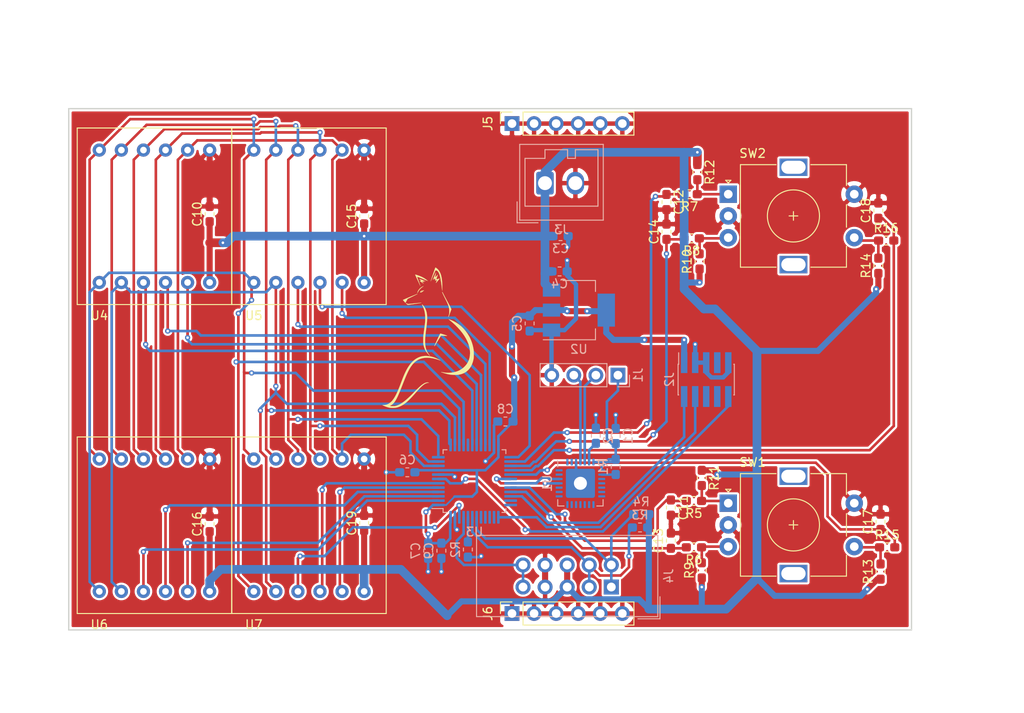
<source format=kicad_pcb>
(kicad_pcb (version 20171130) (host pcbnew 5.1.5+dfsg1-2build2)
  (layers (0 F.Cu signal) (31 B.Cu signal) (34 B.Paste user) (35 F.Paste user) (36 B.SilkS user) (37 F.SilkS user) (38 B.Mask user) (39 F.Mask user) (44 Edge.Cuts user))
  (net 0 "")
  (net 1 GND)
  (net 2 "Net-(C1-Pad1)")
  (net 3 "Net-(C2-Pad1)")
  (net 4 +5V)
  (net 5 +3V3)
  (net 6 ROT_V_A)
  (net 7 ROT_V_B)
  (net 8 ROT_V_S)
  (net 9 "Net-(J1-Pad3)")
  (net 10 "Net-(J1-Pad2)")
  (net 11 NRST)
  (net 12 "Net-(J2-Pad8)")
  (net 13 "Net-(J2-Pad7)")
  (net 14 "Net-(J2-Pad6)")
  (net 15 SDCLK)
  (net 16 SWDIO)
  (net 17 RELAY)
  (net 18 SDA)
  (net 19 SCL)
  (net 20 "Net-(R1-Pad2)")
  (net 21 "Net-(R2-Pad1)")
  (net 22 "Net-(R11-Pad2)")
  (net 23 "Net-(R6-Pad1)")
  (net 24 "Net-(R12-Pad2)")
  (net 25 "Net-(R10-Pad2)")
  (net 26 "Net-(R13-Pad2)")
  (net 27 "Net-(R14-Pad2)")
  (net 28 "Net-(U1-Pad28)")
  (net 29 "Net-(U1-Pad27)")
  (net 30 RX)
  (net 31 TX)
  (net 32 "Net-(U1-Pad24)")
  (net 33 "Net-(U1-Pad23)")
  (net 34 "Net-(U1-Pad22)")
  (net 35 "Net-(U1-Pad21)")
  (net 36 "Net-(U1-Pad20)")
  (net 37 "Net-(U1-Pad19)")
  (net 38 "Net-(U1-Pad18)")
  (net 39 "Net-(U1-Pad17)")
  (net 40 "Net-(U1-Pad16)")
  (net 41 "Net-(U1-Pad15)")
  (net 42 "Net-(U1-Pad14)")
  (net 43 "Net-(U1-Pad13)")
  (net 44 "Net-(U1-Pad12)")
  (net 45 "Net-(U1-Pad11)")
  (net 46 "Net-(U1-Pad10)")
  (net 47 "Net-(U1-Pad2)")
  (net 48 "Net-(U1-Pad1)")
  (net 49 "Net-(U3-Pad41)")
  (net 50 "Net-(U3-Pad40)")
  (net 51 "Net-(U3-Pad39)")
  (net 52 "Net-(U3-Pad38)")
  (net 53 "Net-(U3-Pad36)")
  (net 54 "Net-(U3-Pad35)")
  (net 55 A1_A1)
  (net 56 A0_A1)
  (net 57 WR_A1)
  (net 58 A1_A0)
  (net 59 A0_A0)
  (net 60 WR_A0)
  (net 61 A1_V1)
  (net 62 A0_V1)
  (net 63 WR_V1)
  (net 64 A1_V0)
  (net 65 A0_V0)
  (net 66 WR_V0)
  (net 67 "Net-(U3-Pad17)")
  (net 68 D6)
  (net 69 D5)
  (net 70 D4)
  (net 71 D3)
  (net 72 D2)
  (net 73 D1)
  (net 74 D0)
  (net 75 ROT_A_A)
  (net 76 ROT_A_B)
  (net 77 ROT_A_S)
  (module riklib:logo10mm (layer F.Cu) (at 134.366 86.36)
    (fp_text reference G*** hide)
    (fp_text value LOGO hide)
  )
  (module Connector_PinSocket_2.54mm:PinSocket_1x06_P2.54mm_Vertical (layer F.Cu) (at 144.018 118.11 90)
    (fp_text reference J6 (at 0 -2.77 270) (layer F.SilkS))
    (fp_text value Conn_01x06)
    (pad 6 thru_hole oval (at 0 12.7 90) (size 1.7 1.7) (drill 1) (layers *.Cu *.Mask) (net 1 GND))
    (pad 5 thru_hole oval (at 0 10.16 90) (size 1.7 1.7) (drill 1) (layers *.Cu *.Mask) (net 1 GND))
    (pad 4 thru_hole oval (at 0 7.62 90) (size 1.7 1.7) (drill 1) (layers *.Cu *.Mask) (net 1 GND))
    (pad 3 thru_hole oval (at 0 5.08 90) (size 1.7 1.7) (drill 1) (layers *.Cu *.Mask) (net 1 GND))
    (pad 2 thru_hole oval (at 0 2.54 90) (size 1.7 1.7) (drill 1) (layers *.Cu *.Mask) (net 1 GND))
    (pad 1 thru_hole rect (at 0 0 90) (size 1.7 1.7) (drill 1) (layers *.Cu *.Mask) (net 1 GND))
  )
  (module Connector_PinSocket_2.54mm:PinSocket_1x06_P2.54mm_Vertical (layer F.Cu) (at 144.018 61.722 90)
    (fp_text reference J5 (at 0 -2.77 90) (layer F.SilkS))
    (fp_text value Conn_01x06)
    (pad 6 thru_hole oval (at 0 12.7 90) (size 1.7 1.7) (drill 1) (layers *.Cu *.Mask) (net 1 GND))
    (pad 5 thru_hole oval (at 0 10.16 90) (size 1.7 1.7) (drill 1) (layers *.Cu *.Mask) (net 1 GND))
    (pad 4 thru_hole oval (at 0 7.62 90) (size 1.7 1.7) (drill 1) (layers *.Cu *.Mask) (net 1 GND))
    (pad 3 thru_hole oval (at 0 5.08 90) (size 1.7 1.7) (drill 1) (layers *.Cu *.Mask) (net 1 GND))
    (pad 2 thru_hole oval (at 0 2.54 90) (size 1.7 1.7) (drill 1) (layers *.Cu *.Mask) (net 1 GND))
    (pad 1 thru_hole rect (at 0 0 90) (size 1.7 1.7) (drill 1) (layers *.Cu *.Mask) (net 1 GND))
  )
  (module Resistor_SMD:R_0603_1608Metric_Pad1.05x0.95mm_HandSolder (layer B.Cu) (at 158.891 106.68 180)
    (fp_text reference R4 (at 0 1.43) (layer B.SilkS) (effects (justify mirror)))
    (fp_text value 10K)
    (pad 2 smd roundrect (at 0.875 0 180) (size 1.05 0.95) (layers B.Cu B.Paste B.Mask) (net 19 SCL))
    (pad 1 smd roundrect (at -0.875 0 180) (size 1.05 0.95) (layers B.Cu B.Paste B.Mask) (net 4 +5V))
  )
  (module Resistor_SMD:R_0603_1608Metric_Pad1.05x0.95mm_HandSolder (layer B.Cu) (at 158.75 108.204 180)
    (fp_text reference R3 (at 0 1.43) (layer B.SilkS) (effects (justify mirror)))
    (fp_text value 10K)
    (pad 2 smd roundrect (at 0.875 0 180) (size 1.05 0.95) (layers B.Cu B.Paste B.Mask) (net 18 SDA))
    (pad 1 smd roundrect (at -0.875 0 180) (size 1.05 0.95) (layers B.Cu B.Paste B.Mask) (net 4 +5V))
  )
  (module riklib:HPDL-1414 (layer F.Cu) (at 114.3 115.57)
    (fp_text reference U7 (at 0 3.81) (layer F.SilkS))
    (fp_text value HPDL-1414)
    (pad 12 thru_hole circle (at 0 -15.24) (size 1.524 1.524) (drill 0.762) (layers *.Cu *.Mask) (net 69 D5))
    (pad 11 thru_hole circle (at 2.54 -15.24) (size 1.524 1.524) (drill 0.762) (layers *.Cu *.Mask) (net 71 D3))
    (pad 10 thru_hole circle (at 5.08 -15.24) (size 1.524 1.524) (drill 0.762) (layers *.Cu *.Mask) (net 72 D2))
    (pad 9 thru_hole circle (at 7.62 -15.24) (size 1.524 1.524) (drill 0.762) (layers *.Cu *.Mask) (net 73 D1))
    (pad 8 thru_hole circle (at 10.16 -15.24) (size 1.524 1.524) (drill 0.762) (layers *.Cu *.Mask) (net 74 D0))
    (pad 7 thru_hole circle (at 12.7 -15.24) (size 1.524 1.524) (drill 0.762) (layers *.Cu *.Mask) (net 1 GND))
    (pad 6 thru_hole circle (at 12.7 0) (size 1.524 1.524) (drill 0.762) (layers *.Cu *.Mask) (net 4 +5V))
    (pad 5 thru_hole circle (at 10.16 0) (size 1.524 1.524) (drill 0.762) (layers *.Cu *.Mask) (net 56 A0_A1))
    (pad 4 thru_hole circle (at 7.62 0) (size 1.524 1.524) (drill 0.762) (layers *.Cu *.Mask) (net 55 A1_A1))
    (pad 3 thru_hole circle (at 5.08 0) (size 1.524 1.524) (drill 0.762) (layers *.Cu *.Mask) (net 57 WR_A1))
    (pad 2 thru_hole circle (at 2.54 0) (size 1.524 1.524) (drill 0.762) (layers *.Cu *.Mask) (net 70 D4))
    (pad 1 thru_hole circle (at 0 0) (size 1.524 1.524) (drill 0.762) (layers *.Cu *.Mask) (net 68 D6))
  )
  (module riklib:HPDL-1414 (layer F.Cu) (at 96.52 115.57)
    (fp_text reference U6 (at 0 3.81) (layer F.SilkS))
    (fp_text value HPDL-1414)
    (pad 12 thru_hole circle (at 0 -15.24) (size 1.524 1.524) (drill 0.762) (layers *.Cu *.Mask) (net 69 D5))
    (pad 11 thru_hole circle (at 2.54 -15.24) (size 1.524 1.524) (drill 0.762) (layers *.Cu *.Mask) (net 71 D3))
    (pad 10 thru_hole circle (at 5.08 -15.24) (size 1.524 1.524) (drill 0.762) (layers *.Cu *.Mask) (net 72 D2))
    (pad 9 thru_hole circle (at 7.62 -15.24) (size 1.524 1.524) (drill 0.762) (layers *.Cu *.Mask) (net 73 D1))
    (pad 8 thru_hole circle (at 10.16 -15.24) (size 1.524 1.524) (drill 0.762) (layers *.Cu *.Mask) (net 74 D0))
    (pad 7 thru_hole circle (at 12.7 -15.24) (size 1.524 1.524) (drill 0.762) (layers *.Cu *.Mask) (net 1 GND))
    (pad 6 thru_hole circle (at 12.7 0) (size 1.524 1.524) (drill 0.762) (layers *.Cu *.Mask) (net 4 +5V))
    (pad 5 thru_hole circle (at 10.16 0) (size 1.524 1.524) (drill 0.762) (layers *.Cu *.Mask) (net 59 A0_A0))
    (pad 4 thru_hole circle (at 7.62 0) (size 1.524 1.524) (drill 0.762) (layers *.Cu *.Mask) (net 58 A1_A0))
    (pad 3 thru_hole circle (at 5.08 0) (size 1.524 1.524) (drill 0.762) (layers *.Cu *.Mask) (net 60 WR_A0))
    (pad 2 thru_hole circle (at 2.54 0) (size 1.524 1.524) (drill 0.762) (layers *.Cu *.Mask) (net 70 D4))
    (pad 1 thru_hole circle (at 0 0) (size 1.524 1.524) (drill 0.762) (layers *.Cu *.Mask) (net 68 D6))
  )
  (module riklib:HPDL-1414 (layer F.Cu) (at 114.3 80.01)
    (fp_text reference U5 (at 0 3.81) (layer F.SilkS))
    (fp_text value HPDL-1414)
    (pad 12 thru_hole circle (at 0 -15.24) (size 1.524 1.524) (drill 0.762) (layers *.Cu *.Mask) (net 69 D5))
    (pad 11 thru_hole circle (at 2.54 -15.24) (size 1.524 1.524) (drill 0.762) (layers *.Cu *.Mask) (net 71 D3))
    (pad 10 thru_hole circle (at 5.08 -15.24) (size 1.524 1.524) (drill 0.762) (layers *.Cu *.Mask) (net 72 D2))
    (pad 9 thru_hole circle (at 7.62 -15.24) (size 1.524 1.524) (drill 0.762) (layers *.Cu *.Mask) (net 73 D1))
    (pad 8 thru_hole circle (at 10.16 -15.24) (size 1.524 1.524) (drill 0.762) (layers *.Cu *.Mask) (net 74 D0))
    (pad 7 thru_hole circle (at 12.7 -15.24) (size 1.524 1.524) (drill 0.762) (layers *.Cu *.Mask) (net 1 GND))
    (pad 6 thru_hole circle (at 12.7 0) (size 1.524 1.524) (drill 0.762) (layers *.Cu *.Mask) (net 4 +5V))
    (pad 5 thru_hole circle (at 10.16 0) (size 1.524 1.524) (drill 0.762) (layers *.Cu *.Mask) (net 62 A0_V1))
    (pad 4 thru_hole circle (at 7.62 0) (size 1.524 1.524) (drill 0.762) (layers *.Cu *.Mask) (net 61 A1_V1))
    (pad 3 thru_hole circle (at 5.08 0) (size 1.524 1.524) (drill 0.762) (layers *.Cu *.Mask) (net 63 WR_V1))
    (pad 2 thru_hole circle (at 2.54 0) (size 1.524 1.524) (drill 0.762) (layers *.Cu *.Mask) (net 70 D4))
    (pad 1 thru_hole circle (at 0 0) (size 1.524 1.524) (drill 0.762) (layers *.Cu *.Mask) (net 68 D6))
  )
  (module riklib:HPDL-1414 (layer F.Cu) (at 96.52 80.01)
    (fp_text reference U4 (at 0 3.81) (layer F.SilkS))
    (fp_text value HPDL-1414)
    (pad 12 thru_hole circle (at 0 -15.24) (size 1.524 1.524) (drill 0.762) (layers *.Cu *.Mask) (net 69 D5))
    (pad 11 thru_hole circle (at 2.54 -15.24) (size 1.524 1.524) (drill 0.762) (layers *.Cu *.Mask) (net 71 D3))
    (pad 10 thru_hole circle (at 5.08 -15.24) (size 1.524 1.524) (drill 0.762) (layers *.Cu *.Mask) (net 72 D2))
    (pad 9 thru_hole circle (at 7.62 -15.24) (size 1.524 1.524) (drill 0.762) (layers *.Cu *.Mask) (net 73 D1))
    (pad 8 thru_hole circle (at 10.16 -15.24) (size 1.524 1.524) (drill 0.762) (layers *.Cu *.Mask) (net 74 D0))
    (pad 7 thru_hole circle (at 12.7 -15.24) (size 1.524 1.524) (drill 0.762) (layers *.Cu *.Mask) (net 1 GND))
    (pad 6 thru_hole circle (at 12.7 0) (size 1.524 1.524) (drill 0.762) (layers *.Cu *.Mask) (net 4 +5V))
    (pad 5 thru_hole circle (at 10.16 0) (size 1.524 1.524) (drill 0.762) (layers *.Cu *.Mask) (net 65 A0_V0))
    (pad 4 thru_hole circle (at 7.62 0) (size 1.524 1.524) (drill 0.762) (layers *.Cu *.Mask) (net 64 A1_V0))
    (pad 3 thru_hole circle (at 5.08 0) (size 1.524 1.524) (drill 0.762) (layers *.Cu *.Mask) (net 66 WR_V0))
    (pad 2 thru_hole circle (at 2.54 0) (size 1.524 1.524) (drill 0.762) (layers *.Cu *.Mask) (net 70 D4))
    (pad 1 thru_hole circle (at 0 0) (size 1.524 1.524) (drill 0.762) (layers *.Cu *.Mask) (net 68 D6))
  )
  (module Package_QFP:LQFP-48_7x7mm_P0.5mm (layer B.Cu) (at 139.7 102.87)
    (fp_text reference U3 (at 0 5.85) (layer B.SilkS) (effects (justify mirror)))
    (fp_text value STM32F030C8Tx)
    (pad 48 smd roundrect (at -2.75 4.1625) (size 0.3 1.475) (layers B.Cu B.Paste B.Mask) (net 5 +3V3))
    (pad 47 smd roundrect (at -2.25 4.1625) (size 0.3 1.475) (layers B.Cu B.Paste B.Mask) (net 1 GND))
    (pad 46 smd roundrect (at -1.75 4.1625) (size 0.3 1.475) (layers B.Cu B.Paste B.Mask) (net 57 WR_A1))
    (pad 45 smd roundrect (at -1.25 4.1625) (size 0.3 1.475) (layers B.Cu B.Paste B.Mask) (net 17 RELAY))
    (pad 44 smd roundrect (at -0.75 4.1625) (size 0.3 1.475) (layers B.Cu B.Paste B.Mask) (net 21 "Net-(R2-Pad1)"))
    (pad 43 smd roundrect (at -0.25 4.1625) (size 0.3 1.475) (layers B.Cu B.Paste B.Mask) (net 18 SDA))
    (pad 42 smd roundrect (at 0.25 4.1625) (size 0.3 1.475) (layers B.Cu B.Paste B.Mask) (net 19 SCL))
    (pad 41 smd roundrect (at 0.75 4.1625) (size 0.3 1.475) (layers B.Cu B.Paste B.Mask) (net 49 "Net-(U3-Pad41)"))
    (pad 40 smd roundrect (at 1.25 4.1625) (size 0.3 1.475) (layers B.Cu B.Paste B.Mask) (net 50 "Net-(U3-Pad40)"))
    (pad 39 smd roundrect (at 1.75 4.1625) (size 0.3 1.475) (layers B.Cu B.Paste B.Mask) (net 51 "Net-(U3-Pad39)"))
    (pad 38 smd roundrect (at 2.25 4.1625) (size 0.3 1.475) (layers B.Cu B.Paste B.Mask) (net 52 "Net-(U3-Pad38)"))
    (pad 37 smd roundrect (at 2.75 4.1625) (size 0.3 1.475) (layers B.Cu B.Paste B.Mask) (net 15 SDCLK))
    (pad 36 smd roundrect (at 4.1625 2.75) (size 1.475 0.3) (layers B.Cu B.Paste B.Mask) (net 53 "Net-(U3-Pad36)"))
    (pad 35 smd roundrect (at 4.1625 2.25) (size 1.475 0.3) (layers B.Cu B.Paste B.Mask) (net 54 "Net-(U3-Pad35)"))
    (pad 34 smd roundrect (at 4.1625 1.75) (size 1.475 0.3) (layers B.Cu B.Paste B.Mask) (net 16 SWDIO))
    (pad 33 smd roundrect (at 4.1625 1.25) (size 1.475 0.3) (layers B.Cu B.Paste B.Mask) (net 76 ROT_A_B))
    (pad 32 smd roundrect (at 4.1625 0.75) (size 1.475 0.3) (layers B.Cu B.Paste B.Mask) (net 75 ROT_A_A))
    (pad 31 smd roundrect (at 4.1625 0.25) (size 1.475 0.3) (layers B.Cu B.Paste B.Mask) (net 30 RX))
    (pad 30 smd roundrect (at 4.1625 -0.25) (size 1.475 0.3) (layers B.Cu B.Paste B.Mask) (net 31 TX))
    (pad 29 smd roundrect (at 4.1625 -0.75) (size 1.475 0.3) (layers B.Cu B.Paste B.Mask) (net 77 ROT_A_S))
    (pad 28 smd roundrect (at 4.1625 -1.25) (size 1.475 0.3) (layers B.Cu B.Paste B.Mask) (net 8 ROT_V_S))
    (pad 27 smd roundrect (at 4.1625 -1.75) (size 1.475 0.3) (layers B.Cu B.Paste B.Mask) (net 7 ROT_V_B))
    (pad 26 smd roundrect (at 4.1625 -2.25) (size 1.475 0.3) (layers B.Cu B.Paste B.Mask) (net 6 ROT_V_A))
    (pad 25 smd roundrect (at 4.1625 -2.75) (size 1.475 0.3) (layers B.Cu B.Paste B.Mask) (net 61 A1_V1))
    (pad 24 smd roundrect (at 2.75 -4.1625) (size 0.3 1.475) (layers B.Cu B.Paste B.Mask) (net 5 +3V3))
    (pad 23 smd roundrect (at 2.25 -4.1625) (size 0.3 1.475) (layers B.Cu B.Paste B.Mask) (net 1 GND))
    (pad 22 smd roundrect (at 1.75 -4.1625) (size 0.3 1.475) (layers B.Cu B.Paste B.Mask) (net 62 A0_V1))
    (pad 21 smd roundrect (at 1.25 -4.1625) (size 0.3 1.475) (layers B.Cu B.Paste B.Mask) (net 63 WR_V1))
    (pad 20 smd roundrect (at 0.75 -4.1625) (size 0.3 1.475) (layers B.Cu B.Paste B.Mask) (net 64 A1_V0))
    (pad 19 smd roundrect (at 0.25 -4.1625) (size 0.3 1.475) (layers B.Cu B.Paste B.Mask) (net 65 A0_V0))
    (pad 18 smd roundrect (at -0.25 -4.1625) (size 0.3 1.475) (layers B.Cu B.Paste B.Mask) (net 66 WR_V0))
    (pad 17 smd roundrect (at -0.75 -4.1625) (size 0.3 1.475) (layers B.Cu B.Paste B.Mask) (net 67 "Net-(U3-Pad17)"))
    (pad 16 smd roundrect (at -1.25 -4.1625) (size 0.3 1.475) (layers B.Cu B.Paste B.Mask) (net 68 D6))
    (pad 15 smd roundrect (at -1.75 -4.1625) (size 0.3 1.475) (layers B.Cu B.Paste B.Mask) (net 69 D5))
    (pad 14 smd roundrect (at -2.25 -4.1625) (size 0.3 1.475) (layers B.Cu B.Paste B.Mask) (net 70 D4))
    (pad 13 smd roundrect (at -2.75 -4.1625) (size 0.3 1.475) (layers B.Cu B.Paste B.Mask) (net 71 D3))
    (pad 12 smd roundrect (at -4.1625 -2.75) (size 1.475 0.3) (layers B.Cu B.Paste B.Mask) (net 72 D2))
    (pad 11 smd roundrect (at -4.1625 -2.25) (size 1.475 0.3) (layers B.Cu B.Paste B.Mask) (net 73 D1))
    (pad 10 smd roundrect (at -4.1625 -1.75) (size 1.475 0.3) (layers B.Cu B.Paste B.Mask) (net 74 D0))
    (pad 9 smd roundrect (at -4.1625 -1.25) (size 1.475 0.3) (layers B.Cu B.Paste B.Mask) (net 5 +3V3))
    (pad 8 smd roundrect (at -4.1625 -0.75) (size 1.475 0.3) (layers B.Cu B.Paste B.Mask) (net 1 GND))
    (pad 7 smd roundrect (at -4.1625 -0.25) (size 1.475 0.3) (layers B.Cu B.Paste B.Mask) (net 11 NRST))
    (pad 6 smd roundrect (at -4.1625 0.25) (size 1.475 0.3) (layers B.Cu B.Paste B.Mask) (net 55 A1_A1))
    (pad 5 smd roundrect (at -4.1625 0.75) (size 1.475 0.3) (layers B.Cu B.Paste B.Mask) (net 56 A0_A1))
    (pad 4 smd roundrect (at -4.1625 1.25) (size 1.475 0.3) (layers B.Cu B.Paste B.Mask) (net 58 A1_A0))
    (pad 3 smd roundrect (at -4.1625 1.75) (size 1.475 0.3) (layers B.Cu B.Paste B.Mask) (net 59 A0_A0))
    (pad 2 smd roundrect (at -4.1625 2.25) (size 1.475 0.3) (layers B.Cu B.Paste B.Mask) (net 60 WR_A0))
    (pad 1 smd roundrect (at -4.1625 2.75) (size 1.475 0.3) (layers B.Cu B.Paste B.Mask) (net 5 +3V3))
  )
  (module Package_TO_SOT_SMD:SOT-223-3_TabPin2 (layer B.Cu) (at 151.716 83.192)
    (fp_text reference U2 (at 0 4.5) (layer B.SilkS) (effects (justify mirror)))
    (fp_text value AP1117-33)
    (pad 1 smd rect (at -3.15 2.3) (size 2 1.5) (layers B.Cu B.Paste B.Mask) (net 1 GND))
    (pad 3 smd rect (at -3.15 -2.3) (size 2 1.5) (layers B.Cu B.Paste B.Mask) (net 4 +5V))
    (pad 2 smd rect (at -3.15 0) (size 2 1.5) (layers B.Cu B.Paste B.Mask) (net 5 +3V3))
    (pad 2 smd rect (at 3.15 0) (size 2 3.8) (layers B.Cu B.Paste B.Mask) (net 5 +3V3))
  )
  (module Package_DFN_QFN:QFN-28-1EP_5x5mm_P0.5mm_EP3.35x3.35mm (layer B.Cu) (at 151.892 103.124 270)
    (fp_text reference U1 (at 0 3.8 90) (layer B.SilkS) (effects (justify mirror)))
    (fp_text value CP2102N-A01-GQFN28)
    (pad 28 smd roundrect (at -1.5 2.45 270) (size 0.25 0.8) (layers B.Cu B.Paste B.Mask) (net 28 "Net-(U1-Pad28)"))
    (pad 27 smd roundrect (at -1 2.45 270) (size 0.25 0.8) (layers B.Cu B.Paste B.Mask) (net 29 "Net-(U1-Pad27)"))
    (pad 26 smd roundrect (at -0.5 2.45 270) (size 0.25 0.8) (layers B.Cu B.Paste B.Mask) (net 30 RX))
    (pad 25 smd roundrect (at 0 2.45 270) (size 0.25 0.8) (layers B.Cu B.Paste B.Mask) (net 31 TX))
    (pad 24 smd roundrect (at 0.5 2.45 270) (size 0.25 0.8) (layers B.Cu B.Paste B.Mask) (net 32 "Net-(U1-Pad24)"))
    (pad 23 smd roundrect (at 1 2.45 270) (size 0.25 0.8) (layers B.Cu B.Paste B.Mask) (net 33 "Net-(U1-Pad23)"))
    (pad 22 smd roundrect (at 1.5 2.45 270) (size 0.25 0.8) (layers B.Cu B.Paste B.Mask) (net 34 "Net-(U1-Pad22)"))
    (pad 21 smd roundrect (at 2.45 1.5 270) (size 0.8 0.25) (layers B.Cu B.Paste B.Mask) (net 35 "Net-(U1-Pad21)"))
    (pad 20 smd roundrect (at 2.45 1 270) (size 0.8 0.25) (layers B.Cu B.Paste B.Mask) (net 36 "Net-(U1-Pad20)"))
    (pad 19 smd roundrect (at 2.45 0.5 270) (size 0.8 0.25) (layers B.Cu B.Paste B.Mask) (net 37 "Net-(U1-Pad19)"))
    (pad 18 smd roundrect (at 2.45 0 270) (size 0.8 0.25) (layers B.Cu B.Paste B.Mask) (net 38 "Net-(U1-Pad18)"))
    (pad 17 smd roundrect (at 2.45 -0.5 270) (size 0.8 0.25) (layers B.Cu B.Paste B.Mask) (net 39 "Net-(U1-Pad17)"))
    (pad 16 smd roundrect (at 2.45 -1 270) (size 0.8 0.25) (layers B.Cu B.Paste B.Mask) (net 40 "Net-(U1-Pad16)"))
    (pad 15 smd roundrect (at 2.45 -1.5 270) (size 0.8 0.25) (layers B.Cu B.Paste B.Mask) (net 41 "Net-(U1-Pad15)"))
    (pad 14 smd roundrect (at 1.5 -2.45 270) (size 0.25 0.8) (layers B.Cu B.Paste B.Mask) (net 42 "Net-(U1-Pad14)"))
    (pad 13 smd roundrect (at 1 -2.45 270) (size 0.25 0.8) (layers B.Cu B.Paste B.Mask) (net 43 "Net-(U1-Pad13)"))
    (pad 12 smd roundrect (at 0.5 -2.45 270) (size 0.25 0.8) (layers B.Cu B.Paste B.Mask) (net 44 "Net-(U1-Pad12)"))
    (pad 11 smd roundrect (at 0 -2.45 270) (size 0.25 0.8) (layers B.Cu B.Paste B.Mask) (net 45 "Net-(U1-Pad11)"))
    (pad 10 smd roundrect (at -0.5 -2.45 270) (size 0.25 0.8) (layers B.Cu B.Paste B.Mask) (net 46 "Net-(U1-Pad10)"))
    (pad 9 smd roundrect (at -1 -2.45 270) (size 0.25 0.8) (layers B.Cu B.Paste B.Mask) (net 20 "Net-(R1-Pad2)"))
    (pad 8 smd roundrect (at -1.5 -2.45 270) (size 0.25 0.8) (layers B.Cu B.Paste B.Mask) (net 2 "Net-(C1-Pad1)"))
    (pad 7 smd roundrect (at -2.45 -1.5 270) (size 0.8 0.25) (layers B.Cu B.Paste B.Mask) (net 2 "Net-(C1-Pad1)"))
    (pad 6 smd roundrect (at -2.45 -1 270) (size 0.8 0.25) (layers B.Cu B.Paste B.Mask) (net 3 "Net-(C2-Pad1)"))
    (pad 5 smd roundrect (at -2.45 -0.5 270) (size 0.8 0.25) (layers B.Cu B.Paste B.Mask) (net 10 "Net-(J1-Pad2)"))
    (pad 4 smd roundrect (at -2.45 0 270) (size 0.8 0.25) (layers B.Cu B.Paste B.Mask) (net 9 "Net-(J1-Pad3)"))
    (pad 3 smd roundrect (at -2.45 0.5 270) (size 0.8 0.25) (layers B.Cu B.Paste B.Mask) (net 1 GND))
    (pad 2 smd roundrect (at -2.45 1 270) (size 0.8 0.25) (layers B.Cu B.Paste B.Mask) (net 47 "Net-(U1-Pad2)"))
    (pad 1 smd roundrect (at -2.45 1.5 270) (size 0.8 0.25) (layers B.Cu B.Paste B.Mask) (net 48 "Net-(U1-Pad1)"))
    (pad 29 smd roundrect (at 0 0 270) (size 3.35 3.35) (layers B.Cu B.Mask) (roundrect_rratio 0.074627) (net 1 GND))
  )
  (module Rotary_Encoder:RotaryEncoder_Alps_EC11E-Switch_Vertical_H20mm (layer F.Cu) (at 168.91 69.85)
    (fp_text reference SW2 (at 2.8 -4.7) (layer F.SilkS))
    (fp_text value Rotary_Encoder_Switch)
    (pad A thru_hole rect (at 0 0) (size 2 2) (drill 1) (layers *.Cu *.Mask) (net 24 "Net-(R12-Pad2)"))
    (pad C thru_hole circle (at 0 2.5) (size 2 2) (drill 1) (layers *.Cu *.Mask) (net 1 GND))
    (pad B thru_hole circle (at 0 5) (size 2 2) (drill 1) (layers *.Cu *.Mask) (net 25 "Net-(R10-Pad2)"))
    (pad MP thru_hole rect (at 7.5 -3.1) (size 3.2 2) (drill oval 2.8 1.5) (layers *.Cu *.Mask))
    (pad MP thru_hole rect (at 7.5 8.1) (size 3.2 2) (drill oval 2.8 1.5) (layers *.Cu *.Mask))
    (pad S2 thru_hole circle (at 14.5 0) (size 2 2) (drill 1) (layers *.Cu *.Mask) (net 1 GND))
    (pad S1 thru_hole circle (at 14.5 5) (size 2 2) (drill 1) (layers *.Cu *.Mask) (net 27 "Net-(R14-Pad2)"))
  )
  (module Rotary_Encoder:RotaryEncoder_Alps_EC11E-Switch_Vertical_H20mm (layer F.Cu) (at 168.91 105.41)
    (fp_text reference SW1 (at 2.8 -4.7) (layer F.SilkS))
    (fp_text value Rotary_Encoder_Switch)
    (pad A thru_hole rect (at 0 0) (size 2 2) (drill 1) (layers *.Cu *.Mask) (net 22 "Net-(R11-Pad2)"))
    (pad C thru_hole circle (at 0 2.5) (size 2 2) (drill 1) (layers *.Cu *.Mask) (net 1 GND))
    (pad B thru_hole circle (at 0 5) (size 2 2) (drill 1) (layers *.Cu *.Mask) (net 23 "Net-(R6-Pad1)"))
    (pad MP thru_hole rect (at 7.5 -3.1) (size 3.2 2) (drill oval 2.8 1.5) (layers *.Cu *.Mask))
    (pad MP thru_hole rect (at 7.5 8.1) (size 3.2 2) (drill oval 2.8 1.5) (layers *.Cu *.Mask))
    (pad S2 thru_hole circle (at 14.5 0) (size 2 2) (drill 1) (layers *.Cu *.Mask) (net 1 GND))
    (pad S1 thru_hole circle (at 14.5 5) (size 2 2) (drill 1) (layers *.Cu *.Mask) (net 26 "Net-(R13-Pad2)"))
  )
  (module Resistor_SMD:R_0603_1608Metric_Pad1.05x0.95mm_HandSolder (layer F.Cu) (at 187.085 75.184)
    (fp_text reference R16 (at 0 -1.43) (layer F.SilkS))
    (fp_text value 10K)
    (pad 2 smd roundrect (at 0.875 0) (size 1.05 0.95) (layers F.Cu F.Paste F.Mask) (net 8 ROT_V_S))
    (pad 1 smd roundrect (at -0.875 0) (size 1.05 0.95) (layers F.Cu F.Paste F.Mask) (net 27 "Net-(R14-Pad2)"))
  )
  (module Resistor_SMD:R_0603_1608Metric_Pad1.05x0.95mm_HandSolder (layer F.Cu) (at 187.198 110.49)
    (fp_text reference R15 (at 0 -1.43) (layer F.SilkS))
    (fp_text value 10K)
    (pad 2 smd roundrect (at 0.875 0) (size 1.05 0.95) (layers F.Cu F.Paste F.Mask) (net 77 ROT_A_S))
    (pad 1 smd roundrect (at -0.875 0) (size 1.05 0.95) (layers F.Cu F.Paste F.Mask) (net 26 "Net-(R13-Pad2)"))
  )
  (module Resistor_SMD:R_0603_1608Metric_Pad1.05x0.95mm_HandSolder (layer F.Cu) (at 186.182 78.091 90)
    (fp_text reference R14 (at 0 -1.43 90) (layer F.SilkS))
    (fp_text value 10K)
    (pad 2 smd roundrect (at 0.875 0 90) (size 1.05 0.95) (layers F.Cu F.Paste F.Mask) (net 27 "Net-(R14-Pad2)"))
    (pad 1 smd roundrect (at -0.875 0 90) (size 1.05 0.95) (layers F.Cu F.Paste F.Mask) (net 4 +5V))
  )
  (module Resistor_SMD:R_0603_1608Metric_Pad1.05x0.95mm_HandSolder (layer F.Cu) (at 186.436 113.284 90)
    (fp_text reference R13 (at 0 -1.43 90) (layer F.SilkS))
    (fp_text value 10K)
    (pad 2 smd roundrect (at 0.875 0 90) (size 1.05 0.95) (layers F.Cu F.Paste F.Mask) (net 26 "Net-(R13-Pad2)"))
    (pad 1 smd roundrect (at -0.875 0 90) (size 1.05 0.95) (layers F.Cu F.Paste F.Mask) (net 4 +5V))
  )
  (module Resistor_SMD:R_0603_1608Metric_Pad1.05x0.95mm_HandSolder (layer F.Cu) (at 165.354 67.31 270)
    (fp_text reference R12 (at 0 -1.43 90) (layer F.SilkS))
    (fp_text value 10K)
    (pad 2 smd roundrect (at 0.875 0 270) (size 1.05 0.95) (layers F.Cu F.Paste F.Mask) (net 24 "Net-(R12-Pad2)"))
    (pad 1 smd roundrect (at -0.875 0 270) (size 1.05 0.95) (layers F.Cu F.Paste F.Mask) (net 4 +5V))
  )
  (module Resistor_SMD:R_0603_1608Metric_Pad1.05x0.95mm_HandSolder (layer F.Cu) (at 165.862 102.503 270)
    (fp_text reference R11 (at 0 -1.43 90) (layer F.SilkS))
    (fp_text value 10K)
    (pad 2 smd roundrect (at 0.875 0 270) (size 1.05 0.95) (layers F.Cu F.Paste F.Mask) (net 22 "Net-(R11-Pad2)"))
    (pad 1 smd roundrect (at -0.875 0 270) (size 1.05 0.95) (layers F.Cu F.Paste F.Mask) (net 4 +5V))
  )
  (module Resistor_SMD:R_0603_1608Metric_Pad1.05x0.95mm_HandSolder (layer F.Cu) (at 165.608 77.583 90)
    (fp_text reference R10 (at 0 -1.43 90) (layer F.SilkS))
    (fp_text value 10K)
    (pad 2 smd roundrect (at 0.875 0 90) (size 1.05 0.95) (layers F.Cu F.Paste F.Mask) (net 25 "Net-(R10-Pad2)"))
    (pad 1 smd roundrect (at -0.875 0 90) (size 1.05 0.95) (layers F.Cu F.Paste F.Mask) (net 4 +5V))
  )
  (module Resistor_SMD:R_0603_1608Metric_Pad1.05x0.95mm_HandSolder (layer F.Cu) (at 165.862 113.143 90)
    (fp_text reference R9 (at 0 -1.43 90) (layer F.SilkS))
    (fp_text value 10K)
    (pad 2 smd roundrect (at 0.875 0 90) (size 1.05 0.95) (layers F.Cu F.Paste F.Mask) (net 23 "Net-(R6-Pad1)"))
    (pad 1 smd roundrect (at -0.875 0 90) (size 1.05 0.95) (layers F.Cu F.Paste F.Mask) (net 4 +5V))
  )
  (module Resistor_SMD:R_0603_1608Metric_Pad1.05x0.95mm_HandSolder (layer F.Cu) (at 164.705 74.93 180)
    (fp_text reference R8 (at 0 -1.43) (layer F.SilkS))
    (fp_text value 10K)
    (pad 2 smd roundrect (at 0.875 0 180) (size 1.05 0.95) (layers F.Cu F.Paste F.Mask) (net 7 ROT_V_B))
    (pad 1 smd roundrect (at -0.875 0 180) (size 1.05 0.95) (layers F.Cu F.Paste F.Mask) (net 25 "Net-(R10-Pad2)"))
  )
  (module Resistor_SMD:R_0603_1608Metric_Pad1.05x0.95mm_HandSolder (layer F.Cu) (at 164.465 69.85 180)
    (fp_text reference R7 (at 0 -1.43) (layer F.SilkS))
    (fp_text value 10K)
    (pad 2 smd roundrect (at 0.875 0 180) (size 1.05 0.95) (layers F.Cu F.Paste F.Mask) (net 6 ROT_V_A))
    (pad 1 smd roundrect (at -0.875 0 180) (size 1.05 0.95) (layers F.Cu F.Paste F.Mask) (net 24 "Net-(R12-Pad2)"))
  )
  (module Resistor_SMD:R_0603_1608Metric_Pad1.05x0.95mm_HandSolder (layer F.Cu) (at 164.959 110.49 180)
    (fp_text reference R6 (at 0 -1.43) (layer F.SilkS))
    (fp_text value 10K)
    (pad 2 smd roundrect (at 0.875 0 180) (size 1.05 0.95) (layers F.Cu F.Paste F.Mask) (net 76 ROT_A_B))
    (pad 1 smd roundrect (at -0.875 0 180) (size 1.05 0.95) (layers F.Cu F.Paste F.Mask) (net 23 "Net-(R6-Pad1)"))
  )
  (module Resistor_SMD:R_0603_1608Metric_Pad1.05x0.95mm_HandSolder (layer F.Cu) (at 164.959 105.156 180)
    (fp_text reference R5 (at 0 -1.43) (layer F.SilkS))
    (fp_text value 10K)
    (pad 2 smd roundrect (at 0.875 0 180) (size 1.05 0.95) (layers F.Cu F.Paste F.Mask) (net 75 ROT_A_A))
    (pad 1 smd roundrect (at -0.875 0 180) (size 1.05 0.95) (layers F.Cu F.Paste F.Mask) (net 22 "Net-(R11-Pad2)"))
  )
  (module Resistor_SMD:R_0603_1608Metric_Pad1.05x0.95mm_HandSolder (layer B.Cu) (at 138.938 110.744 270)
    (fp_text reference R2 (at 0 1.43 90) (layer B.SilkS) (effects (justify mirror)))
    (fp_text value 10K)
    (pad 2 smd roundrect (at 0.875 0 270) (size 1.05 0.95) (layers B.Cu B.Paste B.Mask) (net 1 GND))
    (pad 1 smd roundrect (at -0.875 0 270) (size 1.05 0.95) (layers B.Cu B.Paste B.Mask) (net 21 "Net-(R2-Pad1)"))
  )
  (module Resistor_SMD:R_0603_1608Metric_Pad1.05x0.95mm_HandSolder (layer B.Cu) (at 155.956 101.233 270)
    (fp_text reference R1 (at 0 1.43 90) (layer B.SilkS) (effects (justify mirror)))
    (fp_text value 1K)
    (pad 2 smd roundrect (at 0.875 0 270) (size 1.05 0.95) (layers B.Cu B.Paste B.Mask) (net 20 "Net-(R1-Pad2)"))
    (pad 1 smd roundrect (at -0.875 0 270) (size 1.05 0.95) (layers B.Cu B.Paste B.Mask) (net 2 "Net-(C1-Pad1)"))
  )
  (module Connector_IDC:IDC-Header_2x05_P2.54mm_Vertical (layer B.Cu) (at 155.448 115.062 90)
    (fp_text reference J4 (at 1.27 6.604 90) (layer B.SilkS) (effects (justify mirror)))
    (fp_text value Conn_02x05_Odd_Even)
    (pad 10 thru_hole oval (at 2.54 -10.16 90) (size 1.7272 1.7272) (drill 1.016) (layers *.Cu *.Mask) (net 17 RELAY))
    (pad 9 thru_hole oval (at 0 -10.16 90) (size 1.7272 1.7272) (drill 1.016) (layers *.Cu *.Mask) (net 17 RELAY))
    (pad 8 thru_hole oval (at 2.54 -7.62 90) (size 1.7272 1.7272) (drill 1.016) (layers *.Cu *.Mask) (net 1 GND))
    (pad 7 thru_hole oval (at 0 -7.62 90) (size 1.7272 1.7272) (drill 1.016) (layers *.Cu *.Mask) (net 1 GND))
    (pad 6 thru_hole oval (at 2.54 -5.08 90) (size 1.7272 1.7272) (drill 1.016) (layers *.Cu *.Mask) (net 4 +5V))
    (pad 5 thru_hole oval (at 0 -5.08 90) (size 1.7272 1.7272) (drill 1.016) (layers *.Cu *.Mask) (net 4 +5V))
    (pad 4 thru_hole oval (at 2.54 -2.54 90) (size 1.7272 1.7272) (drill 1.016) (layers *.Cu *.Mask) (net 18 SDA))
    (pad 3 thru_hole oval (at 0 -2.54 90) (size 1.7272 1.7272) (drill 1.016) (layers *.Cu *.Mask) (net 18 SDA))
    (pad 2 thru_hole oval (at 2.54 0 90) (size 1.7272 1.7272) (drill 1.016) (layers *.Cu *.Mask) (net 19 SCL))
    (pad 1 thru_hole rect (at 0 0 90) (size 1.7272 1.7272) (drill 1.016) (layers *.Cu *.Mask) (net 19 SCL))
  )
  (module Connector_Wago:Wago_734-132_1x02_P3.50mm_Vertical (layer B.Cu) (at 147.814 68.576)
    (fp_text reference J3 (at 1.9 5.35) (layer B.SilkS) (effects (justify mirror)))
    (fp_text value Conn_01x02)
    (pad 2 thru_hole oval (at 3.5 0) (size 2 2.6) (drill 1.6) (layers *.Cu *.Mask) (net 1 GND))
    (pad 1 thru_hole roundrect (at 0 0) (size 2 2.6) (drill 1.6) (layers *.Cu *.Mask) (roundrect_rratio 0.125) (net 4 +5V))
  )
  (module Connector_PinHeader_1.27mm:PinHeader_2x05_P1.27mm_Vertical_SMD (layer B.Cu) (at 166.37 91.186 270)
    (fp_text reference J2 (at 0 4.235 90) (layer B.SilkS) (effects (justify mirror)))
    (fp_text value Conn_ARM_JTAG_SWD_10)
    (pad 10 smd rect (at 1.95 -2.54 270) (size 2.4 0.74) (layers B.Cu B.Paste B.Mask) (net 11 NRST))
    (pad 9 smd rect (at -1.95 -2.54 270) (size 2.4 0.74) (layers B.Cu B.Paste B.Mask) (net 1 GND))
    (pad 8 smd rect (at 1.95 -1.27 270) (size 2.4 0.74) (layers B.Cu B.Paste B.Mask) (net 12 "Net-(J2-Pad8)"))
    (pad 7 smd rect (at -1.95 -1.27 270) (size 2.4 0.74) (layers B.Cu B.Paste B.Mask) (net 13 "Net-(J2-Pad7)"))
    (pad 6 smd rect (at 1.95 0 270) (size 2.4 0.74) (layers B.Cu B.Paste B.Mask) (net 14 "Net-(J2-Pad6)"))
    (pad 5 smd rect (at -1.95 0 270) (size 2.4 0.74) (layers B.Cu B.Paste B.Mask) (net 1 GND))
    (pad 4 smd rect (at 1.95 1.27 270) (size 2.4 0.74) (layers B.Cu B.Paste B.Mask) (net 15 SDCLK))
    (pad 3 smd rect (at -1.95 1.27 270) (size 2.4 0.74) (layers B.Cu B.Paste B.Mask) (net 1 GND))
    (pad 2 smd rect (at 1.95 2.54 270) (size 2.4 0.74) (layers B.Cu B.Paste B.Mask) (net 16 SWDIO))
    (pad 1 smd rect (at -1.95 2.54 270) (size 2.4 0.74) (layers B.Cu B.Paste B.Mask) (net 5 +3V3))
  )
  (module Connector_PinHeader_2.54mm:PinHeader_1x04_P2.54mm_Vertical (layer B.Cu) (at 156.21 90.678 90)
    (fp_text reference J1 (at 0 2.33 90) (layer B.SilkS) (effects (justify mirror)))
    (fp_text value Conn_01x04)
    (pad 4 thru_hole oval (at 0 -7.62 90) (size 1.7 1.7) (drill 1) (layers *.Cu *.Mask) (net 1 GND))
    (pad 3 thru_hole oval (at 0 -5.08 90) (size 1.7 1.7) (drill 1) (layers *.Cu *.Mask) (net 9 "Net-(J1-Pad3)"))
    (pad 2 thru_hole oval (at 0 -2.54 90) (size 1.7 1.7) (drill 1) (layers *.Cu *.Mask) (net 10 "Net-(J1-Pad2)"))
    (pad 1 thru_hole rect (at 0 0 90) (size 1.7 1.7) (drill 1) (layers *.Cu *.Mask) (net 2 "Net-(C1-Pad1)"))
  )
  (module Capacitor_SMD:C_0603_1608Metric_Pad1.05x0.95mm_HandSolder (layer F.Cu) (at 127 107.696 90)
    (fp_text reference C19 (at 0 -1.43 270) (layer F.SilkS))
    (fp_text value 100n)
    (pad 2 smd roundrect (at 0.875 0 90) (size 1.05 0.95) (layers F.Cu F.Paste F.Mask) (net 1 GND))
    (pad 1 smd roundrect (at -0.875 0 90) (size 1.05 0.95) (layers F.Cu F.Paste F.Mask) (net 4 +5V))
  )
  (module Capacitor_SMD:C_0603_1608Metric_Pad1.05x0.95mm_HandSolder (layer F.Cu) (at 186.182 71.741 90)
    (fp_text reference C18 (at 0 -1.43 90) (layer F.SilkS))
    (fp_text value 10n)
    (pad 2 smd roundrect (at 0.875 0 90) (size 1.05 0.95) (layers F.Cu F.Paste F.Mask) (net 1 GND))
    (pad 1 smd roundrect (at -0.875 0 90) (size 1.05 0.95) (layers F.Cu F.Paste F.Mask) (net 8 ROT_V_S))
  )
  (module Capacitor_SMD:C_0603_1608Metric_Pad1.05x0.95mm_HandSolder (layer F.Cu) (at 186.436 107.555 90)
    (fp_text reference C17 (at 0 -1.43 90) (layer F.SilkS))
    (fp_text value 10n)
    (pad 2 smd roundrect (at 0.875 0 90) (size 1.05 0.95) (layers F.Cu F.Paste F.Mask) (net 1 GND))
    (pad 1 smd roundrect (at -0.875 0 90) (size 1.05 0.95) (layers F.Cu F.Paste F.Mask) (net 77 ROT_A_S))
  )
  (module Capacitor_SMD:C_0603_1608Metric_Pad1.05x0.95mm_HandSolder (layer F.Cu) (at 109.22 107.809 90)
    (fp_text reference C16 (at 0 -1.43 270) (layer F.SilkS))
    (fp_text value 100n)
    (pad 2 smd roundrect (at 0.875 0 90) (size 1.05 0.95) (layers F.Cu F.Paste F.Mask) (net 1 GND))
    (pad 1 smd roundrect (at -0.875 0 90) (size 1.05 0.95) (layers F.Cu F.Paste F.Mask) (net 4 +5V))
  )
  (module Capacitor_SMD:C_0603_1608Metric_Pad1.05x0.95mm_HandSolder (layer F.Cu) (at 127 72.39 90)
    (fp_text reference C15 (at 0 -1.43 270) (layer F.SilkS))
    (fp_text value 100n)
    (pad 2 smd roundrect (at 0.875 0 90) (size 1.05 0.95) (layers F.Cu F.Paste F.Mask) (net 1 GND))
    (pad 1 smd roundrect (at -0.875 0 90) (size 1.05 0.95) (layers F.Cu F.Paste F.Mask) (net 4 +5V))
  )
  (module Capacitor_SMD:C_0603_1608Metric_Pad1.05x0.95mm_HandSolder (layer F.Cu) (at 161.798 74.168 90)
    (fp_text reference C14 (at 0 -1.43 90) (layer F.SilkS))
    (fp_text value 10n)
    (pad 2 smd roundrect (at 0.875 0 90) (size 1.05 0.95) (layers F.Cu F.Paste F.Mask) (net 1 GND))
    (pad 1 smd roundrect (at -0.875 0 90) (size 1.05 0.95) (layers F.Cu F.Paste F.Mask) (net 7 ROT_V_B))
  )
  (module Capacitor_SMD:C_0603_1608Metric_Pad1.05x0.95mm_HandSolder (layer F.Cu) (at 162.306 109.728 90)
    (fp_text reference C13 (at 0 -1.43 90) (layer F.SilkS))
    (fp_text value 10n)
    (pad 2 smd roundrect (at 0.875 0 90) (size 1.05 0.95) (layers F.Cu F.Paste F.Mask) (net 1 GND))
    (pad 1 smd roundrect (at -0.875 0 90) (size 1.05 0.95) (layers F.Cu F.Paste F.Mask) (net 76 ROT_A_B))
  )
  (module Capacitor_SMD:C_0603_1608Metric_Pad1.05x0.95mm_HandSolder (layer F.Cu) (at 161.798 70.753 270)
    (fp_text reference C12 (at 0 -1.43 90) (layer F.SilkS))
    (fp_text value 10n)
    (pad 2 smd roundrect (at 0.875 0 270) (size 1.05 0.95) (layers F.Cu F.Paste F.Mask) (net 1 GND))
    (pad 1 smd roundrect (at -0.875 0 270) (size 1.05 0.95) (layers F.Cu F.Paste F.Mask) (net 6 ROT_V_A))
  )
  (module Capacitor_SMD:C_0603_1608Metric_Pad1.05x0.95mm_HandSolder (layer F.Cu) (at 162.306 105.918 270)
    (fp_text reference C11 (at 0 -1.43 90) (layer F.SilkS))
    (fp_text value 10n)
    (pad 2 smd roundrect (at 0.875 0 270) (size 1.05 0.95) (layers F.Cu F.Paste F.Mask) (net 1 GND))
    (pad 1 smd roundrect (at -0.875 0 270) (size 1.05 0.95) (layers F.Cu F.Paste F.Mask) (net 75 ROT_A_A))
  )
  (module Capacitor_SMD:C_0603_1608Metric_Pad1.05x0.95mm_HandSolder (layer F.Cu) (at 109.22 72.136 90)
    (fp_text reference C10 (at 0 -1.43 270) (layer F.SilkS))
    (fp_text value 100n)
    (pad 2 smd roundrect (at 0.875 0 90) (size 1.05 0.95) (layers F.Cu F.Paste F.Mask) (net 1 GND))
    (pad 1 smd roundrect (at -0.875 0 90) (size 1.05 0.95) (layers F.Cu F.Paste F.Mask) (net 4 +5V))
  )
  (module Capacitor_SMD:C_0603_1608Metric_Pad1.05x0.95mm_HandSolder (layer B.Cu) (at 135.89 110.885 270)
    (fp_text reference C9 (at 0 1.43 90) (layer B.SilkS) (effects (justify mirror)))
    (fp_text value 100n)
    (pad 2 smd roundrect (at 0.875 0 270) (size 1.05 0.95) (layers B.Cu B.Paste B.Mask) (net 1 GND))
    (pad 1 smd roundrect (at -0.875 0 270) (size 1.05 0.95) (layers B.Cu B.Paste B.Mask) (net 5 +3V3))
  )
  (module Capacitor_SMD:C_0603_1608Metric_Pad1.05x0.95mm_HandSolder (layer B.Cu) (at 143.256 96.012 180)
    (fp_text reference C8 (at 0 1.43) (layer B.SilkS) (effects (justify mirror)))
    (fp_text value 100n)
    (pad 2 smd roundrect (at 0.875 0 180) (size 1.05 0.95) (layers B.Cu B.Paste B.Mask) (net 1 GND))
    (pad 1 smd roundrect (at -0.875 0 180) (size 1.05 0.95) (layers B.Cu B.Paste B.Mask) (net 5 +3V3))
  )
  (module Capacitor_SMD:C_0603_1608Metric_Pad1.05x0.95mm_HandSolder (layer B.Cu) (at 134.366 110.885 270)
    (fp_text reference C7 (at 0 1.43 90) (layer B.SilkS) (effects (justify mirror)))
    (fp_text value 100n)
    (pad 2 smd roundrect (at 0.875 0 270) (size 1.05 0.95) (layers B.Cu B.Paste B.Mask) (net 1 GND))
    (pad 1 smd roundrect (at -0.875 0 270) (size 1.05 0.95) (layers B.Cu B.Paste B.Mask) (net 5 +3V3))
  )
  (module Capacitor_SMD:C_0603_1608Metric_Pad1.05x0.95mm_HandSolder (layer B.Cu) (at 131.967 101.854 180)
    (fp_text reference C6 (at 0 1.43) (layer B.SilkS) (effects (justify mirror)))
    (fp_text value 100n)
    (pad 2 smd roundrect (at 0.875 0 180) (size 1.05 0.95) (layers B.Cu B.Paste B.Mask) (net 1 GND))
    (pad 1 smd roundrect (at -0.875 0 180) (size 1.05 0.95) (layers B.Cu B.Paste B.Mask) (net 5 +3V3))
  )
  (module Capacitor_SMD:C_0603_1608Metric_Pad1.05x0.95mm_HandSolder (layer B.Cu) (at 146.05 84.723 270)
    (fp_text reference C5 (at 0 1.43 90) (layer B.SilkS) (effects (justify mirror)))
    (fp_text value 100n)
    (pad 2 smd roundrect (at 0.875 0 270) (size 1.05 0.95) (layers B.Cu B.Paste B.Mask) (net 1 GND))
    (pad 1 smd roundrect (at -0.875 0 270) (size 1.05 0.95) (layers B.Cu B.Paste B.Mask) (net 5 +3V3))
  )
  (module Capacitor_SMD:C_0603_1608Metric_Pad1.05x0.95mm_HandSolder (layer B.Cu) (at 149.493 78.74)
    (fp_text reference C4 (at 0 1.43) (layer B.SilkS) (effects (justify mirror)))
    (fp_text value 100n)
    (pad 2 smd roundrect (at 0.875 0) (size 1.05 0.95) (layers B.Cu B.Paste B.Mask) (net 1 GND))
    (pad 1 smd roundrect (at -0.875 0) (size 1.05 0.95) (layers B.Cu B.Paste B.Mask) (net 4 +5V))
  )
  (module Capacitor_SMD:C_0603_1608Metric_Pad1.05x0.95mm_HandSolder (layer B.Cu) (at 149.606 74.676)
    (fp_text reference C3 (at 0 1.43) (layer B.SilkS) (effects (justify mirror)))
    (fp_text value 4.7u)
    (pad 2 smd roundrect (at 0.875 0) (size 1.05 0.95) (layers B.Cu B.Paste B.Mask) (net 1 GND))
    (pad 1 smd roundrect (at -0.875 0) (size 1.05 0.95) (layers B.Cu B.Paste B.Mask) (net 4 +5V))
  )
  (module Capacitor_SMD:C_0603_1608Metric_Pad1.05x0.95mm_HandSolder (layer B.Cu) (at 153.67 97.649 90)
    (fp_text reference C2 (at 0 1.43 90) (layer B.SilkS) (effects (justify mirror)))
    (fp_text value 1u)
    (pad 2 smd roundrect (at 0.875 0 90) (size 1.05 0.95) (layers B.Cu B.Paste B.Mask) (net 1 GND))
    (pad 1 smd roundrect (at -0.875 0 90) (size 1.05 0.95) (layers B.Cu B.Paste B.Mask) (net 3 "Net-(C2-Pad1)"))
  )
  (module Capacitor_SMD:C_0603_1608Metric_Pad1.05x0.95mm_HandSolder (layer B.Cu) (at 155.956 97.677 90)
    (fp_text reference C1 (at 0 1.43 90) (layer B.SilkS) (effects (justify mirror)))
    (fp_text value 4.7u)
    (pad 2 smd roundrect (at 0.875 0 90) (size 1.05 0.95) (layers B.Cu B.Paste B.Mask) (net 1 GND))
    (pad 1 smd roundrect (at -0.875 0 90) (size 1.05 0.95) (layers B.Cu B.Paste B.Mask) (net 2 "Net-(C1-Pad1)"))
  )
  (gr_line (start 190 60) (end 190 120) (layer Edge.Cuts) (width 0.15))
  (gr_line (start 93 60) (end 190 60) (layer Edge.Cuts) (width 0.15))
  (gr_line (start 93 120) (end 93 60) (layer Edge.Cuts) (width 0.15))
  (gr_line (start 190 120) (end 93 120) (layer Edge.Cuts) (width 0.15))
  (via (at 151.892 103.124) (size 2) (drill 1.5) (layers F.Cu B.Cu) (net 1))
  (segment (start 109.22 71.261) (end 109.22 64.77) (width 0.7) (layer F.Cu) (net 1))
  (segment (start 127 71.515) (end 127 64.77) (width 0.7) (layer F.Cu) (net 1))
  (segment (start 127 106.821) (end 127 100.33) (width 0.7) (layer F.Cu) (net 1))
  (segment (start 109.22 106.934) (end 109.22 100.33) (width 0.7) (layer F.Cu) (net 1))
  (segment (start 147.828 115.062) (end 147.828 112.522) (width 0.7) (layer F.Cu) (net 1))
  (segment (start 141.95 99.604) (end 140.97 100.584) (width 0.3) (layer B.Cu) (net 1))
  (via (at 140.97 100.584) (size 0.6) (drill 0.3) (layers F.Cu B.Cu) (net 1))
  (segment (start 141.95 98.7075) (end 141.95 99.604) (width 0.3) (layer B.Cu) (net 1))
  (via (at 137.414 102.362) (size 0.6) (drill 0.3) (layers F.Cu B.Cu) (net 1))
  (segment (start 137.172 102.12) (end 137.414 102.362) (width 0.3) (layer B.Cu) (net 1))
  (segment (start 135.5375 102.12) (end 137.172 102.12) (width 0.3) (layer B.Cu) (net 1))
  (via (at 137.668 108.458) (size 0.6) (drill 0.3) (layers F.Cu B.Cu) (net 1))
  (segment (start 137.45 108.24) (end 137.668 108.458) (width 0.3) (layer B.Cu) (net 1))
  (segment (start 137.45 107.0325) (end 137.45 108.24) (width 0.3) (layer B.Cu) (net 1))
  (segment (start 141.95 96.443) (end 142.381 96.012) (width 0.3) (layer B.Cu) (net 1))
  (segment (start 141.95 98.7075) (end 141.95 96.443) (width 0.3) (layer B.Cu) (net 1))
  (segment (start 146.156 85.492) (end 146.05 85.598) (width 0.5) (layer B.Cu) (net 1))
  (segment (start 148.566 85.492) (end 146.156 85.492) (width 0.5) (layer B.Cu) (net 1))
  (segment (start 148.566 90.654) (end 148.59 90.678) (width 0.5) (layer B.Cu) (net 1))
  (segment (start 148.566 85.492) (end 148.566 90.654) (width 0.5) (layer B.Cu) (net 1))
  (segment (start 150.368 79.215) (end 151.384 80.231) (width 0.5) (layer B.Cu) (net 1))
  (segment (start 150.368 78.74) (end 150.368 79.215) (width 0.5) (layer B.Cu) (net 1))
  (segment (start 150.066 85.492) (end 148.566 85.492) (width 0.5) (layer B.Cu) (net 1))
  (segment (start 151.384 84.174) (end 150.066 85.492) (width 0.5) (layer B.Cu) (net 1))
  (segment (start 151.384 80.231) (end 151.384 84.174) (width 0.5) (layer B.Cu) (net 1))
  (via (at 150.368 77.47) (size 0.6) (drill 0.3) (layers F.Cu B.Cu) (net 1))
  (segment (start 150.368 78.74) (end 150.368 77.47) (width 0.5) (layer B.Cu) (net 1))
  (via (at 150.368 75.946) (size 0.6) (drill 0.3) (layers F.Cu B.Cu) (net 1))
  (segment (start 150.481 75.833) (end 150.368 75.946) (width 0.5) (layer B.Cu) (net 1))
  (segment (start 150.481 74.676) (end 150.481 75.833) (width 0.5) (layer B.Cu) (net 1))
  (segment (start 166.37 90.346002) (end 166.37 89.236) (width 0.5) (layer B.Cu) (net 1))
  (segment (start 168.320002 90.936) (end 166.959998 90.936) (width 0.5) (layer B.Cu) (net 1))
  (segment (start 168.91 90.346002) (end 168.320002 90.936) (width 0.5) (layer B.Cu) (net 1))
  (segment (start 166.959998 90.936) (end 166.37 90.346002) (width 0.5) (layer B.Cu) (net 1))
  (segment (start 168.91 89.236) (end 168.91 90.346002) (width 0.5) (layer B.Cu) (net 1))
  (segment (start 166.37 89.236) (end 165.1 89.236) (width 0.5) (layer B.Cu) (net 1))
  (via (at 165.1 87.122) (size 0.6) (drill 0.3) (layers F.Cu B.Cu) (net 1))
  (segment (start 165.1 89.236) (end 165.1 87.122) (width 0.5) (layer B.Cu) (net 1))
  (segment (start 151.392 102.624) (end 151.892 103.124) (width 0.3) (layer B.Cu) (net 1))
  (segment (start 151.392 100.674) (end 151.392 102.624) (width 0.3) (layer B.Cu) (net 1))
  (via (at 153.67 95.25) (size 0.6) (drill 0.3) (layers F.Cu B.Cu) (net 1))
  (segment (start 153.67 96.774) (end 153.67 95.25) (width 0.3) (layer B.Cu) (net 1))
  (via (at 155.956 95.25) (size 0.6) (drill 0.3) (layers F.Cu B.Cu) (net 1))
  (segment (start 155.956 96.802) (end 155.956 95.25) (width 0.3) (layer B.Cu) (net 1))
  (via (at 129.54 101.854) (size 0.6) (drill 0.3) (layers F.Cu B.Cu) (net 1))
  (segment (start 131.092 101.854) (end 129.54 101.854) (width 0.3) (layer B.Cu) (net 1))
  (via (at 140.462 111.506) (size 0.6) (drill 0.3) (layers F.Cu B.Cu) (net 1))
  (segment (start 140.349 111.619) (end 140.462 111.506) (width 0.3) (layer B.Cu) (net 1))
  (segment (start 138.938 111.619) (end 140.349 111.619) (width 0.3) (layer B.Cu) (net 1))
  (via (at 135.89 113.284) (size 0.6) (drill 0.3) (layers F.Cu B.Cu) (net 1))
  (segment (start 135.89 111.76) (end 135.89 113.284) (width 0.3) (layer B.Cu) (net 1))
  (via (at 134.366 113.284) (size 0.6) (drill 0.3) (layers F.Cu B.Cu) (net 1))
  (segment (start 134.366 111.76) (end 134.366 113.284) (width 0.3) (layer B.Cu) (net 1))
  (segment (start 155.956 100.358) (end 155.956 98.552) (width 0.3) (layer B.Cu) (net 2))
  (segment (start 155.64 100.674) (end 155.956 100.358) (width 0.3) (layer B.Cu) (net 2))
  (segment (start 153.392 100.674) (end 155.64 100.674) (width 0.3) (layer B.Cu) (net 2))
  (segment (start 154.342 101.182) (end 154.342 101.624) (width 0.3) (layer B.Cu) (net 2))
  (segment (start 155.166 100.358) (end 154.342 101.182) (width 0.3) (layer B.Cu) (net 2))
  (segment (start 155.956 100.358) (end 155.166 100.358) (width 0.3) (layer B.Cu) (net 2))
  (segment (start 155.481 98.552) (end 154.94 98.011) (width 0.3) (layer B.Cu) (net 2))
  (segment (start 155.956 98.552) (end 155.481 98.552) (width 0.3) (layer B.Cu) (net 2))
  (segment (start 154.94 98.011) (end 154.94 93.726) (width 0.3) (layer B.Cu) (net 2))
  (segment (start 156.21 92.456) (end 156.21 90.678) (width 0.3) (layer B.Cu) (net 2))
  (segment (start 154.94 93.726) (end 156.21 92.456) (width 0.3) (layer B.Cu) (net 2))
  (segment (start 152.892 99.302) (end 153.67 98.524) (width 0.3) (layer B.Cu) (net 3))
  (segment (start 152.892 100.674) (end 152.892 99.302) (width 0.3) (layer B.Cu) (net 3))
  (segment (start 127 73.265) (end 127 80.01) (width 0.7) (layer F.Cu) (net 4))
  (segment (start 127 115.57) (end 127 108.571) (width 0.7) (layer F.Cu) (net 4))
  (segment (start 109.22 108.684) (end 109.22 115.57) (width 0.7) (layer F.Cu) (net 4))
  (segment (start 150.368 112.522) (end 150.368 115.062) (width 0.7) (layer F.Cu) (net 4))
  (segment (start 147.814 80.14) (end 148.566 80.892) (width 1) (layer B.Cu) (net 4))
  (segment (start 148.054 74.676) (end 148.731 74.676) (width 1) (layer B.Cu) (net 4))
  (segment (start 147.814 74.436) (end 148.054 74.676) (width 1) (layer B.Cu) (net 4))
  (segment (start 147.814 68.576) (end 147.814 74.436) (width 1) (layer B.Cu) (net 4))
  (segment (start 148.054 78.74) (end 148.618 78.74) (width 1) (layer B.Cu) (net 4))
  (segment (start 147.814 78.98) (end 148.054 78.74) (width 1) (layer B.Cu) (net 4))
  (segment (start 147.814 74.436) (end 147.814 78.98) (width 1) (layer B.Cu) (net 4))
  (segment (start 147.814 78.98) (end 147.814 80.14) (width 1) (layer B.Cu) (net 4))
  (segment (start 147.814 67.276) (end 150.066 65.024) (width 1) (layer B.Cu) (net 4))
  (segment (start 147.814 68.576) (end 147.814 67.276) (width 1) (layer B.Cu) (net 4))
  (via (at 165.354 65.024) (size 0.6) (drill 0.3) (layers F.Cu B.Cu) (net 4))
  (segment (start 165.354 65.024) (end 165.354 66.435) (width 1) (layer F.Cu) (net 4))
  (segment (start 150.066 65.024) (end 163.83 65.024) (width 1) (layer B.Cu) (net 4))
  (segment (start 163.83 65.024) (end 165.354 65.024) (width 1) (layer B.Cu) (net 4))
  (segment (start 163.83 80.772) (end 166.116 83.058) (width 1) (layer B.Cu) (net 4))
  (segment (start 166.116 83.058) (end 167.386 83.058) (width 1) (layer B.Cu) (net 4))
  (segment (start 167.386 83.058) (end 172.212 87.884) (width 1) (layer B.Cu) (net 4))
  (segment (start 172.212 114.046) (end 168.656 117.602) (width 1) (layer B.Cu) (net 4))
  (segment (start 131.21777 113.03) (end 136.55177 118.364) (width 1) (layer B.Cu) (net 4))
  (segment (start 109.22 114.3) (end 110.49 113.03) (width 1) (layer B.Cu) (net 4))
  (segment (start 109.22 115.57) (end 109.22 114.3) (width 1) (layer B.Cu) (net 4))
  (segment (start 127 113.284) (end 127 115.57) (width 1) (layer B.Cu) (net 4))
  (segment (start 127.254 113.03) (end 127 113.284) (width 1) (layer B.Cu) (net 4))
  (segment (start 110.49 113.03) (end 127.254 113.03) (width 1) (layer B.Cu) (net 4))
  (segment (start 127.254 113.03) (end 131.21777 113.03) (width 1) (layer B.Cu) (net 4))
  (via (at 110.744 75.438) (size 0.6) (drill 0.3) (layers F.Cu B.Cu) (net 4))
  (segment (start 109.22 75.438) (end 110.744 75.438) (width 1) (layer F.Cu) (net 4))
  (segment (start 109.22 73.011) (end 109.22 75.438) (width 0.7) (layer F.Cu) (net 4))
  (segment (start 109.22 75.438) (end 109.22 80.01) (width 0.7) (layer F.Cu) (net 4))
  (segment (start 110.744 75.438) (end 111.168264 75.438) (width 1) (layer B.Cu) (net 4))
  (segment (start 147.574 74.676) (end 147.814 74.436) (width 1) (layer B.Cu) (net 4))
  (segment (start 111.168264 75.438) (end 111.930264 74.676) (width 1) (layer B.Cu) (net 4))
  (via (at 127 74.676) (size 0.6) (drill 0.3) (layers F.Cu B.Cu) (net 4))
  (segment (start 126.746 74.676) (end 127 74.676) (width 1) (layer B.Cu) (net 4))
  (segment (start 127 74.676) (end 147.574 74.676) (width 1) (layer B.Cu) (net 4))
  (segment (start 111.930264 74.676) (end 126.746 74.676) (width 1) (layer B.Cu) (net 4))
  (via (at 165.608 80.01) (size 0.6) (drill 0.3) (layers F.Cu B.Cu) (net 4))
  (segment (start 165.608 78.458) (end 165.608 80.01) (width 0.7) (layer F.Cu) (net 4))
  (segment (start 165.608 80.01) (end 163.83 80.01) (width 0.7) (layer B.Cu) (net 4))
  (segment (start 163.83 80.01) (end 163.83 80.772) (width 1) (layer B.Cu) (net 4))
  (segment (start 163.83 65.024) (end 163.83 80.01) (width 1) (layer B.Cu) (net 4))
  (via (at 185.928 80.772) (size 0.6) (drill 0.3) (layers F.Cu B.Cu) (net 4))
  (segment (start 186.182 80.518) (end 185.928 80.772) (width 0.7) (layer F.Cu) (net 4))
  (segment (start 186.182 78.966) (end 186.182 80.518) (width 0.7) (layer F.Cu) (net 4))
  (segment (start 185.928 81.196264) (end 179.240264 87.884) (width 0.7) (layer B.Cu) (net 4))
  (segment (start 185.928 80.772) (end 185.928 81.196264) (width 0.7) (layer B.Cu) (net 4))
  (segment (start 179.240264 87.884) (end 172.212 87.884) (width 0.7) (layer B.Cu) (net 4))
  (via (at 165.862 115.062) (size 0.6) (drill 0.3) (layers F.Cu B.Cu) (net 4))
  (segment (start 165.862 114.018) (end 165.862 115.062) (width 0.7) (layer F.Cu) (net 4))
  (segment (start 165.862 115.062) (end 165.862 117.602) (width 0.7) (layer B.Cu) (net 4))
  (segment (start 165.862 117.602) (end 159.766 117.602) (width 1) (layer B.Cu) (net 4))
  (segment (start 168.656 117.602) (end 165.862 117.602) (width 1) (layer B.Cu) (net 4))
  (via (at 184.912 115.316) (size 0.6) (drill 0.3) (layers F.Cu B.Cu) (net 4))
  (segment (start 186.069 114.159) (end 184.912 115.316) (width 0.7) (layer F.Cu) (net 4))
  (segment (start 186.436 114.159) (end 186.069 114.159) (width 0.7) (layer F.Cu) (net 4))
  (segment (start 184.912 115.316) (end 184.15 116.078) (width 0.7) (layer B.Cu) (net 4))
  (segment (start 174.244 116.078) (end 172.212 114.046) (width 0.7) (layer B.Cu) (net 4))
  (segment (start 184.15 116.078) (end 174.244 116.078) (width 0.7) (layer B.Cu) (net 4))
  (via (at 167.64 102.108) (size 0.6) (drill 0.3) (layers F.Cu B.Cu) (net 4))
  (segment (start 167.16 101.628) (end 167.64 102.108) (width 0.7) (layer F.Cu) (net 4))
  (segment (start 165.862 101.628) (end 167.16 101.628) (width 0.7) (layer F.Cu) (net 4))
  (segment (start 167.64 102.108) (end 172.212 102.108) (width 0.7) (layer B.Cu) (net 4))
  (segment (start 172.212 102.108) (end 172.212 114.046) (width 1) (layer B.Cu) (net 4))
  (segment (start 172.212 87.884) (end 172.212 102.108) (width 1) (layer B.Cu) (net 4))
  (segment (start 159.766 114.3) (end 159.766 106.934) (width 0.7) (layer B.Cu) (net 4))
  (segment (start 159.766 117.602) (end 159.766 114.3) (width 0.7) (layer B.Cu) (net 4))
  (segment (start 138.205771 116.709999) (end 136.55177 118.364) (width 0.7) (layer B.Cu) (net 4))
  (segment (start 148.720001 116.709999) (end 138.205771 116.709999) (width 0.7) (layer B.Cu) (net 4))
  (segment (start 150.368 115.062) (end 148.720001 116.709999) (width 0.7) (layer B.Cu) (net 4))
  (segment (start 158.639601 116.475601) (end 159.766 117.602) (width 0.7) (layer B.Cu) (net 4))
  (segment (start 151.781601 116.475601) (end 158.639601 116.475601) (width 0.7) (layer B.Cu) (net 4))
  (segment (start 150.368 115.062) (end 151.781601 116.475601) (width 0.7) (layer B.Cu) (net 4))
  (segment (start 142.45 97.693) (end 144.131 96.012) (width 0.3) (layer B.Cu) (net 5))
  (segment (start 142.45 98.7075) (end 142.45 97.693) (width 0.3) (layer B.Cu) (net 5))
  (segment (start 133.076 101.62) (end 132.842 101.854) (width 0.3) (layer B.Cu) (net 5))
  (segment (start 135.5375 101.62) (end 133.076 101.62) (width 0.3) (layer B.Cu) (net 5))
  (segment (start 135.89 110.01) (end 134.366 110.01) (width 0.3) (layer B.Cu) (net 5))
  (via (at 134.112 106.426) (size 0.6) (drill 0.3) (layers F.Cu B.Cu) (net 5))
  (segment (start 134.918 105.62) (end 134.112 106.426) (width 0.3) (layer B.Cu) (net 5))
  (segment (start 135.5375 105.62) (end 134.918 105.62) (width 0.3) (layer B.Cu) (net 5))
  (segment (start 134.112 108.712) (end 134.366 108.966) (width 0.3) (layer F.Cu) (net 5))
  (via (at 134.366 108.966) (size 0.6) (drill 0.3) (layers F.Cu B.Cu) (net 5))
  (segment (start 134.112 106.426) (end 134.112 108.712) (width 0.3) (layer F.Cu) (net 5))
  (segment (start 134.366 108.966) (end 134.366 110.01) (width 0.3) (layer B.Cu) (net 5))
  (segment (start 142.45 100.12) (end 142.45 98.7075) (width 0.3) (layer B.Cu) (net 5))
  (segment (start 140.95 101.62) (end 142.45 100.12) (width 0.3) (layer B.Cu) (net 5))
  (segment (start 139.974 101.62) (end 139.974 104.12) (width 0.3) (layer B.Cu) (net 5))
  (segment (start 135.5375 101.62) (end 139.974 101.62) (width 0.3) (layer B.Cu) (net 5))
  (segment (start 139.974 101.62) (end 140.95 101.62) (width 0.3) (layer B.Cu) (net 5))
  (segment (start 139.446 104.648) (end 137.414 104.648) (width 0.3) (layer B.Cu) (net 5))
  (segment (start 139.974 104.12) (end 139.446 104.648) (width 0.3) (layer B.Cu) (net 5))
  (segment (start 137.414 104.648) (end 137.359531 104.648) (width 0.2) (layer B.Cu) (net 5))
  (segment (start 136.906 107.0765) (end 136.95 107.0325) (width 0.3) (layer B.Cu) (net 5))
  (segment (start 136.906 109.469) (end 136.906 107.0765) (width 0.3) (layer B.Cu) (net 5))
  (segment (start 136.365 110.01) (end 136.906 109.469) (width 0.3) (layer B.Cu) (net 5))
  (segment (start 135.89 110.01) (end 136.365 110.01) (width 0.3) (layer B.Cu) (net 5))
  (via (at 163.83 86.614) (size 0.6) (drill 0.3) (layers F.Cu B.Cu) (net 5))
  (segment (start 163.83 89.236) (end 163.83 86.614) (width 0.7) (layer B.Cu) (net 5))
  (via (at 159.258 86.614) (size 0.6) (drill 0.3) (layers F.Cu B.Cu) (net 5))
  (segment (start 163.83 86.614) (end 159.258 86.614) (width 0.7) (layer F.Cu) (net 5))
  (segment (start 154.866 85.792) (end 154.866 83.192) (width 0.7) (layer B.Cu) (net 5))
  (segment (start 155.688 86.614) (end 154.866 85.792) (width 0.7) (layer B.Cu) (net 5))
  (segment (start 159.258 86.614) (end 155.688 86.614) (width 0.7) (layer B.Cu) (net 5))
  (via (at 150.368 83.312) (size 0.6) (drill 0.3) (layers F.Cu B.Cu) (net 5))
  (segment (start 150.248 83.192) (end 150.368 83.312) (width 0.7) (layer B.Cu) (net 5))
  (segment (start 148.566 83.192) (end 150.248 83.192) (width 0.7) (layer B.Cu) (net 5))
  (via (at 152.654 83.312) (size 0.6) (drill 0.3) (layers F.Cu B.Cu) (net 5))
  (segment (start 150.368 83.312) (end 152.654 83.312) (width 0.7) (layer F.Cu) (net 5))
  (segment (start 154.746 83.312) (end 154.866 83.192) (width 0.7) (layer B.Cu) (net 5))
  (segment (start 152.654 83.312) (end 154.746 83.312) (width 0.7) (layer B.Cu) (net 5))
  (segment (start 146.706 83.192) (end 146.05 83.848) (width 0.7) (layer B.Cu) (net 5))
  (segment (start 148.566 83.192) (end 146.706 83.192) (width 0.7) (layer B.Cu) (net 5))
  (segment (start 146.05 83.848) (end 144.752 83.848) (width 0.7) (layer B.Cu) (net 5))
  (segment (start 144.018 84.582) (end 144.018 87.376) (width 0.7) (layer B.Cu) (net 5))
  (via (at 144.018 87.376) (size 0.6) (drill 0.3) (layers F.Cu B.Cu) (net 5))
  (segment (start 144.752 83.848) (end 144.018 84.582) (width 0.7) (layer B.Cu) (net 5))
  (via (at 144.272 90.932) (size 0.6) (drill 0.3) (layers F.Cu B.Cu) (net 5))
  (segment (start 144.018 90.678) (end 144.272 90.932) (width 0.7) (layer F.Cu) (net 5))
  (segment (start 144.018 87.376) (end 144.018 90.678) (width 0.7) (layer F.Cu) (net 5))
  (segment (start 144.272 95.871) (end 144.131 96.012) (width 0.7) (layer B.Cu) (net 5))
  (segment (start 144.272 90.932) (end 144.272 95.871) (width 0.7) (layer B.Cu) (net 5))
  (segment (start 136.442 105.62) (end 137.414 104.648) (width 0.2) (layer B.Cu) (net 5))
  (segment (start 135.5375 105.62) (end 136.442 105.62) (width 0.2) (layer B.Cu) (net 5))
  (segment (start 161.826 69.85) (end 161.798 69.878) (width 0.3) (layer F.Cu) (net 6))
  (segment (start 163.59 69.85) (end 161.826 69.85) (width 0.3) (layer F.Cu) (net 6))
  (segment (start 143.8625 100.62) (end 145.506 100.62) (width 0.3) (layer B.Cu) (net 6))
  (via (at 150.368 97.282) (size 0.6) (drill 0.3) (layers F.Cu B.Cu) (net 6))
  (segment (start 148.844 97.282) (end 150.368 97.282) (width 0.3) (layer B.Cu) (net 6))
  (segment (start 145.506 100.62) (end 148.844 97.282) (width 0.3) (layer B.Cu) (net 6))
  (via (at 159.512 96.266) (size 0.6) (drill 0.3) (layers F.Cu B.Cu) (net 6))
  (segment (start 158.496 97.282) (end 159.512 96.266) (width 0.3) (layer F.Cu) (net 6))
  (segment (start 150.368 97.282) (end 158.496 97.282) (width 0.3) (layer F.Cu) (net 6))
  (segment (start 159.512 96.266) (end 160.02 95.758) (width 0.3) (layer B.Cu) (net 6))
  (via (at 160.528 70.104) (size 0.6) (drill 0.3) (layers F.Cu B.Cu) (net 6))
  (segment (start 160.02 70.612) (end 160.528 70.104) (width 0.3) (layer B.Cu) (net 6))
  (segment (start 160.02 95.758) (end 160.02 70.612) (width 0.3) (layer B.Cu) (net 6))
  (segment (start 161.572 70.104) (end 161.798 69.878) (width 0.3) (layer F.Cu) (net 6))
  (segment (start 160.528 70.104) (end 161.572 70.104) (width 0.3) (layer F.Cu) (net 6))
  (segment (start 163.717 75.043) (end 163.83 74.93) (width 0.3) (layer F.Cu) (net 7))
  (segment (start 161.798 75.043) (end 163.717 75.043) (width 0.3) (layer F.Cu) (net 7))
  (via (at 150.622 98.298) (size 0.6) (drill 0.3) (layers F.Cu B.Cu) (net 7))
  (via (at 160.274 97.536) (size 0.6) (drill 0.3) (layers F.Cu B.Cu) (net 7))
  (segment (start 159.512 98.298) (end 160.274 97.536) (width 0.3) (layer F.Cu) (net 7))
  (segment (start 150.622 98.298) (end 159.512 98.298) (width 0.3) (layer F.Cu) (net 7))
  (via (at 161.798 76.708) (size 0.6) (drill 0.3) (layers F.Cu B.Cu) (net 7))
  (segment (start 161.798 96.012) (end 161.798 76.708) (width 0.3) (layer B.Cu) (net 7))
  (segment (start 160.274 97.536) (end 161.798 96.012) (width 0.3) (layer B.Cu) (net 7))
  (segment (start 161.798 76.708) (end 161.798 75.043) (width 0.3) (layer F.Cu) (net 7))
  (segment (start 149.098 98.298) (end 150.622 98.298) (width 0.3) (layer B.Cu) (net 7))
  (segment (start 146.749148 100.646852) (end 149.098 98.298) (width 0.3) (layer B.Cu) (net 7))
  (segment (start 146.529417 100.646852) (end 146.749148 100.646852) (width 0.3) (layer B.Cu) (net 7))
  (segment (start 146.056269 101.12) (end 146.529417 100.646852) (width 0.3) (layer B.Cu) (net 7))
  (segment (start 143.8625 101.12) (end 146.056269 101.12) (width 0.3) (layer B.Cu) (net 7))
  (segment (start 186.657 72.616) (end 186.182 72.616) (width 0.3) (layer F.Cu) (net 8))
  (segment (start 187.96 73.919) (end 186.657 72.616) (width 0.3) (layer F.Cu) (net 8))
  (segment (start 187.96 75.184) (end 187.96 73.919) (width 0.3) (layer F.Cu) (net 8))
  (via (at 150.622 99.314) (size 0.6) (drill 0.3) (layers F.Cu B.Cu) (net 8))
  (segment (start 150.622 99.314) (end 185.166 99.314) (width 0.3) (layer F.Cu) (net 8))
  (segment (start 187.96 96.52) (end 187.96 75.184) (width 0.3) (layer F.Cu) (net 8))
  (segment (start 185.166 99.314) (end 187.96 96.52) (width 0.3) (layer F.Cu) (net 8))
  (segment (start 147.011138 101.146862) (end 148.844 99.314) (width 0.3) (layer B.Cu) (net 8))
  (segment (start 146.763967 101.146862) (end 147.011138 101.146862) (width 0.3) (layer B.Cu) (net 8))
  (segment (start 148.844 99.314) (end 150.622 99.314) (width 0.3) (layer B.Cu) (net 8))
  (segment (start 146.290829 101.62) (end 146.763967 101.146862) (width 0.3) (layer B.Cu) (net 8))
  (segment (start 143.8625 101.62) (end 146.290829 101.62) (width 0.3) (layer B.Cu) (net 8))
  (segment (start 151.892 91.44) (end 151.13 90.678) (width 0.3) (layer B.Cu) (net 9))
  (segment (start 151.892 100.674) (end 151.892 91.44) (width 0.3) (layer B.Cu) (net 9))
  (segment (start 152.392 91.956) (end 153.67 90.678) (width 0.3) (layer B.Cu) (net 10))
  (segment (start 152.392 100.674) (end 152.392 91.956) (width 0.3) (layer B.Cu) (net 10))
  (via (at 138.684 102.616) (size 0.6) (drill 0.3) (layers F.Cu B.Cu) (net 11))
  (via (at 145.542 108.458) (size 0.6) (drill 0.3) (layers F.Cu B.Cu) (net 11))
  (segment (start 136.398 102.62) (end 135.5375 102.62) (width 0.3) (layer B.Cu) (net 11))
  (segment (start 136.902 103.124) (end 136.398 102.62) (width 0.3) (layer B.Cu) (net 11))
  (segment (start 138.176 103.124) (end 136.902 103.124) (width 0.3) (layer B.Cu) (net 11))
  (segment (start 138.684 102.616) (end 138.176 103.124) (width 0.3) (layer B.Cu) (net 11))
  (segment (start 139.954 102.616) (end 138.684 102.616) (width 0.3) (layer F.Cu) (net 11))
  (segment (start 145.542 108.204) (end 139.954 102.616) (width 0.3) (layer F.Cu) (net 11))
  (segment (start 145.542 108.458) (end 145.542 108.204) (width 0.3) (layer F.Cu) (net 11))
  (segment (start 145.966264 108.458) (end 145.542 108.458) (width 0.3) (layer B.Cu) (net 11))
  (segment (start 146.170913 108.662649) (end 145.966264 108.458) (width 0.3) (layer B.Cu) (net 11))
  (segment (start 154.481351 108.662649) (end 146.170913 108.662649) (width 0.3) (layer B.Cu) (net 11))
  (segment (start 168.91 94.234) (end 154.481351 108.662649) (width 0.3) (layer B.Cu) (net 11))
  (segment (start 168.91 93.136) (end 168.91 94.234) (width 0.3) (layer B.Cu) (net 11))
  (segment (start 165.1 94.636) (end 165.1 93.136) (width 0.3) (layer B.Cu) (net 15))
  (segment (start 165.1 97.266506) (end 165.1 94.636) (width 0.3) (layer B.Cu) (net 15))
  (segment (start 147.992261 108.162639) (end 154.203867 108.162639) (width 0.3) (layer B.Cu) (net 15))
  (segment (start 154.203867 108.162639) (end 165.1 97.266506) (width 0.3) (layer B.Cu) (net 15))
  (segment (start 146.862122 107.0325) (end 147.992261 108.162639) (width 0.3) (layer B.Cu) (net 15))
  (segment (start 142.45 107.0325) (end 146.862122 107.0325) (width 0.3) (layer B.Cu) (net 15))
  (segment (start 163.83 94.636) (end 163.83 93.136) (width 0.3) (layer B.Cu) (net 16))
  (segment (start 163.83 97.79) (end 163.83 94.636) (width 0.3) (layer B.Cu) (net 16))
  (segment (start 153.957372 107.662628) (end 163.83 97.79) (width 0.3) (layer B.Cu) (net 16))
  (segment (start 148.199372 107.662628) (end 153.957372 107.662628) (width 0.3) (layer B.Cu) (net 16))
  (segment (start 145.156744 104.62) (end 148.199372 107.662628) (width 0.3) (layer B.Cu) (net 16))
  (segment (start 143.8625 104.62) (end 145.156744 104.62) (width 0.3) (layer B.Cu) (net 16))
  (segment (start 145.288 115.062) (end 145.288 112.522) (width 0.3) (layer B.Cu) (net 17))
  (segment (start 138.485134 112.522) (end 137.668 111.704866) (width 0.3) (layer B.Cu) (net 17))
  (segment (start 145.288 112.522) (end 138.485134 112.522) (width 0.3) (layer B.Cu) (net 17))
  (segment (start 137.668 111.704866) (end 137.668 109.728) (width 0.3) (layer B.Cu) (net 17))
  (segment (start 138.45 108.946) (end 138.45 107.0325) (width 0.3) (layer B.Cu) (net 17))
  (segment (start 137.668 109.728) (end 138.45 108.946) (width 0.3) (layer B.Cu) (net 17))
  (segment (start 152.908 115.062) (end 152.908 112.522) (width 0.3) (layer B.Cu) (net 18))
  (segment (start 152.908 112.522) (end 150.876 110.49) (width 0.3) (layer B.Cu) (net 18))
  (segment (start 150.876 110.49) (end 141.224 110.49) (width 0.3) (layer B.Cu) (net 18))
  (segment (start 139.45 108.716) (end 139.45 107.0325) (width 0.3) (layer B.Cu) (net 18))
  (segment (start 141.224 110.49) (end 139.45 108.716) (width 0.3) (layer B.Cu) (net 18))
  (via (at 157.48 111.506) (size 0.6) (drill 0.3) (layers F.Cu B.Cu) (net 18))
  (segment (start 157.48 112.776) (end 157.48 111.506) (width 0.3) (layer F.Cu) (net 18))
  (segment (start 156.520399 113.735601) (end 157.48 112.776) (width 0.3) (layer F.Cu) (net 18))
  (segment (start 154.121601 113.735601) (end 156.520399 113.735601) (width 0.3) (layer F.Cu) (net 18))
  (segment (start 152.908 112.522) (end 154.121601 113.735601) (width 0.3) (layer F.Cu) (net 18))
  (segment (start 157.988 108.215) (end 157.988 108.204) (width 0.3) (layer B.Cu) (net 18))
  (segment (start 157.48 108.723) (end 157.988 108.215) (width 0.3) (layer B.Cu) (net 18))
  (segment (start 157.48 111.506) (end 157.48 108.723) (width 0.3) (layer B.Cu) (net 18))
  (segment (start 155.448 112.522) (end 155.448 115.062) (width 0.3) (layer B.Cu) (net 19))
  (segment (start 139.95 108.454) (end 139.95 107.0325) (width 0.3) (layer B.Cu) (net 19))
  (segment (start 140.97 109.474) (end 139.95 108.454) (width 0.3) (layer B.Cu) (net 19))
  (segment (start 152.4 109.474) (end 140.97 109.474) (width 0.3) (layer B.Cu) (net 19))
  (segment (start 155.448 112.522) (end 152.4 109.474) (width 0.3) (layer B.Cu) (net 19))
  (segment (start 155.448 111.300686) (end 155.448 112.522) (width 0.3) (layer B.Cu) (net 19))
  (segment (start 155.448 109.231) (end 155.448 111.300686) (width 0.3) (layer B.Cu) (net 19))
  (segment (start 157.999 106.68) (end 155.448 109.231) (width 0.3) (layer B.Cu) (net 19))
  (segment (start 158.016 106.68) (end 157.999 106.68) (width 0.3) (layer B.Cu) (net 19))
  (segment (start 155.94 102.124) (end 155.956 102.108) (width 0.3) (layer B.Cu) (net 20))
  (segment (start 154.342 102.124) (end 155.94 102.124) (width 0.3) (layer B.Cu) (net 20))
  (segment (start 138.95 109.857) (end 138.938 109.869) (width 0.3) (layer B.Cu) (net 21))
  (segment (start 138.95 107.0325) (end 138.95 109.857) (width 0.3) (layer B.Cu) (net 21))
  (segment (start 168.656 105.156) (end 168.91 105.41) (width 0.3) (layer F.Cu) (net 22))
  (segment (start 165.834 105.156) (end 168.656 105.156) (width 0.3) (layer F.Cu) (net 22))
  (segment (start 165.862 105.128) (end 165.834 105.156) (width 0.3) (layer F.Cu) (net 22))
  (segment (start 165.862 103.378) (end 165.862 105.128) (width 0.3) (layer F.Cu) (net 22))
  (segment (start 165.862 110.518) (end 165.834 110.49) (width 0.3) (layer F.Cu) (net 23))
  (segment (start 165.862 112.268) (end 165.862 110.518) (width 0.3) (layer F.Cu) (net 23))
  (segment (start 165.914 110.41) (end 165.834 110.49) (width 0.3) (layer F.Cu) (net 23))
  (segment (start 168.91 110.41) (end 165.914 110.41) (width 0.3) (layer F.Cu) (net 23))
  (segment (start 168.91 69.85) (end 165.34 69.85) (width 0.3) (layer F.Cu) (net 24))
  (segment (start 165.354 69.836) (end 165.34 69.85) (width 0.3) (layer F.Cu) (net 24))
  (segment (start 165.354 68.185) (end 165.354 69.836) (width 0.3) (layer F.Cu) (net 24))
  (segment (start 168.83 74.93) (end 168.91 74.85) (width 0.3) (layer F.Cu) (net 25))
  (segment (start 165.58 74.93) (end 168.83 74.93) (width 0.3) (layer F.Cu) (net 25))
  (segment (start 165.608 74.958) (end 165.58 74.93) (width 0.3) (layer F.Cu) (net 25))
  (segment (start 165.608 76.708) (end 165.608 74.958) (width 0.3) (layer F.Cu) (net 25))
  (segment (start 183.49 110.49) (end 183.41 110.41) (width 0.3) (layer F.Cu) (net 26))
  (segment (start 186.323 110.49) (end 183.49 110.49) (width 0.3) (layer F.Cu) (net 26))
  (segment (start 186.436 110.603) (end 186.323 110.49) (width 0.3) (layer F.Cu) (net 26))
  (segment (start 186.436 112.409) (end 186.436 110.603) (width 0.3) (layer F.Cu) (net 26))
  (segment (start 183.744 75.184) (end 183.41 74.85) (width 0.3) (layer F.Cu) (net 27))
  (segment (start 186.21 75.184) (end 183.744 75.184) (width 0.3) (layer F.Cu) (net 27))
  (segment (start 186.182 75.212) (end 186.21 75.184) (width 0.3) (layer F.Cu) (net 27))
  (segment (start 186.182 77.216) (end 186.182 75.212) (width 0.3) (layer F.Cu) (net 27))
  (segment (start 148.290002 102.624) (end 148.140001 102.473999) (width 0.3) (layer B.Cu) (net 30))
  (segment (start 149.442 102.624) (end 148.290002 102.624) (width 0.3) (layer B.Cu) (net 30))
  (segment (start 148.140001 102.473999) (end 147.462001 102.473999) (width 0.3) (layer B.Cu) (net 30))
  (segment (start 147.462001 102.473999) (end 146.816 103.12) (width 0.3) (layer B.Cu) (net 30))
  (segment (start 146.816 103.12) (end 144.6 103.12) (width 0.3) (layer B.Cu) (net 30))
  (segment (start 144.6 103.12) (end 143.8625 103.12) (width 0.3) (layer B.Cu) (net 30))
  (segment (start 149.042 103.124) (end 149.442 103.124) (width 0.3) (layer B.Cu) (net 31))
  (via (at 142.24 102.616) (size 0.6) (drill 0.3) (layers F.Cu B.Cu) (net 31))
  (segment (start 142.244 102.62) (end 142.24 102.616) (width 0.3) (layer B.Cu) (net 31))
  (segment (start 143.8625 102.62) (end 142.244 102.62) (width 0.3) (layer B.Cu) (net 31))
  (via (at 147.828 103.124) (size 0.6) (drill 0.3) (layers F.Cu B.Cu) (net 31))
  (segment (start 142.24 102.616) (end 142.748 103.124) (width 0.3) (layer F.Cu) (net 31))
  (segment (start 142.748 103.124) (end 147.828 103.124) (width 0.3) (layer F.Cu) (net 31))
  (segment (start 147.828 103.124) (end 149.442 103.124) (width 0.3) (layer B.Cu) (net 31))
  (segment (start 135.5375 103.12) (end 122.686 103.12) (width 0.3) (layer B.Cu) (net 55))
  (via (at 122.174 103.886) (size 0.6) (drill 0.3) (layers F.Cu B.Cu) (net 55))
  (segment (start 122.174 103.632) (end 122.174 103.886) (width 0.3) (layer B.Cu) (net 55))
  (segment (start 122.686 103.12) (end 122.174 103.632) (width 0.3) (layer B.Cu) (net 55))
  (segment (start 122.174 115.316) (end 121.92 115.57) (width 0.3) (layer F.Cu) (net 55))
  (segment (start 122.174 103.886) (end 122.174 115.316) (width 0.3) (layer F.Cu) (net 55))
  (segment (start 124.726 103.62) (end 124.206 104.14) (width 0.3) (layer B.Cu) (net 56))
  (via (at 124.206 104.14) (size 0.6) (drill 0.3) (layers F.Cu B.Cu) (net 56))
  (segment (start 135.5375 103.62) (end 124.726 103.62) (width 0.3) (layer B.Cu) (net 56))
  (segment (start 124.206 115.316) (end 124.46 115.57) (width 0.3) (layer F.Cu) (net 56))
  (segment (start 124.206 104.14) (end 124.206 115.316) (width 0.3) (layer F.Cu) (net 56))
  (via (at 119.634 111.506) (size 0.6) (drill 0.3) (layers F.Cu B.Cu) (net 57))
  (segment (start 119.38 111.76) (end 119.634 111.506) (width 0.3) (layer F.Cu) (net 57))
  (segment (start 119.38 115.57) (end 119.38 111.76) (width 0.3) (layer F.Cu) (net 57))
  (segment (start 137.95 105.692) (end 137.922 105.664) (width 0.3) (layer B.Cu) (net 57))
  (via (at 137.922 105.664) (size 0.6) (drill 0.3) (layers F.Cu B.Cu) (net 57))
  (segment (start 137.95 107.0325) (end 137.95 105.692) (width 0.3) (layer B.Cu) (net 57))
  (via (at 135.128 108.204) (size 0.6) (drill 0.3) (layers F.Cu B.Cu) (net 57))
  (segment (start 135.382 108.204) (end 135.128 108.204) (width 0.3) (layer F.Cu) (net 57))
  (segment (start 137.922 105.664) (end 135.382 108.204) (width 0.3) (layer F.Cu) (net 57))
  (segment (start 125.73 108.204) (end 122.428 111.506) (width 0.3) (layer B.Cu) (net 57))
  (segment (start 122.428 111.506) (end 119.634 111.506) (width 0.3) (layer B.Cu) (net 57))
  (segment (start 135.128 108.204) (end 125.73 108.204) (width 0.3) (layer B.Cu) (net 57))
  (segment (start 135.5375 104.12) (end 126.258 104.12) (width 0.3) (layer B.Cu) (net 58))
  (segment (start 126.258 104.12) (end 124.714 105.664) (width 0.3) (layer B.Cu) (net 58))
  (via (at 104.14 106.172) (size 0.6) (drill 0.3) (layers F.Cu B.Cu) (net 58))
  (segment (start 104.648 105.664) (end 104.14 106.172) (width 0.3) (layer B.Cu) (net 58))
  (segment (start 124.714 105.664) (end 104.648 105.664) (width 0.3) (layer B.Cu) (net 58))
  (segment (start 104.14 106.596264) (end 104.14 115.57) (width 0.3) (layer F.Cu) (net 58))
  (segment (start 104.14 106.172) (end 104.14 106.596264) (width 0.3) (layer F.Cu) (net 58))
  (segment (start 135.5375 104.62) (end 127.028 104.62) (width 0.3) (layer B.Cu) (net 59))
  (via (at 106.68 109.982) (size 0.6) (drill 0.3) (layers F.Cu B.Cu) (net 59))
  (segment (start 121.666 109.982) (end 106.68 109.982) (width 0.3) (layer B.Cu) (net 59))
  (segment (start 127.028 104.62) (end 121.666 109.982) (width 0.3) (layer B.Cu) (net 59))
  (segment (start 106.68 109.982) (end 106.68 115.57) (width 0.3) (layer F.Cu) (net 59))
  (segment (start 127.345134 105.12) (end 121.721134 110.744) (width 0.3) (layer B.Cu) (net 60))
  (segment (start 135.5375 105.12) (end 127.345134 105.12) (width 0.3) (layer B.Cu) (net 60))
  (via (at 101.6 110.998) (size 0.6) (drill 0.3) (layers F.Cu B.Cu) (net 60))
  (segment (start 101.854 110.744) (end 101.6 110.998) (width 0.3) (layer B.Cu) (net 60))
  (segment (start 121.721134 110.744) (end 101.854 110.744) (width 0.3) (layer B.Cu) (net 60))
  (segment (start 101.6 110.998) (end 101.6 115.57) (width 0.3) (layer F.Cu) (net 60))
  (via (at 122.174 82.804) (size 0.6) (drill 0.3) (layers F.Cu B.Cu) (net 61))
  (segment (start 121.92 82.55) (end 122.174 82.804) (width 0.3) (layer F.Cu) (net 61))
  (segment (start 121.92 80.01) (end 121.92 82.55) (width 0.3) (layer F.Cu) (net 61))
  (segment (start 144.736 100.12) (end 143.8625 100.12) (width 0.3) (layer B.Cu) (net 61))
  (segment (start 146.05 98.806) (end 144.736 100.12) (width 0.3) (layer B.Cu) (net 61))
  (segment (start 146.05 90.678) (end 146.05 98.806) (width 0.3) (layer B.Cu) (net 61))
  (segment (start 138.176 82.804) (end 146.05 90.678) (width 0.3) (layer B.Cu) (net 61))
  (segment (start 122.174 82.804) (end 138.176 82.804) (width 0.3) (layer B.Cu) (net 61))
  (segment (start 141.45 98.7075) (end 141.45 88.11) (width 0.3) (layer B.Cu) (net 62))
  (segment (start 141.45 88.11) (end 137.414 84.074) (width 0.3) (layer B.Cu) (net 62))
  (via (at 124.46 83.566) (size 0.6) (drill 0.3) (layers F.Cu B.Cu) (net 62))
  (segment (start 124.968 84.074) (end 124.46 83.566) (width 0.3) (layer B.Cu) (net 62))
  (segment (start 137.414 84.074) (end 124.968 84.074) (width 0.3) (layer B.Cu) (net 62))
  (segment (start 124.46 83.566) (end 124.46 80.01) (width 0.3) (layer F.Cu) (net 62))
  (segment (start 140.95 98.7075) (end 140.95 89.388) (width 0.3) (layer B.Cu) (net 63))
  (segment (start 140.95 89.388) (end 136.652 85.09) (width 0.3) (layer B.Cu) (net 63))
  (via (at 119.38 84.836) (size 0.6) (drill 0.3) (layers F.Cu B.Cu) (net 63))
  (segment (start 119.634 85.09) (end 119.38 84.836) (width 0.3) (layer B.Cu) (net 63))
  (segment (start 136.652 85.09) (end 119.634 85.09) (width 0.3) (layer B.Cu) (net 63))
  (segment (start 119.38 84.836) (end 119.38 80.01) (width 0.3) (layer F.Cu) (net 63))
  (segment (start 140.45 98.7075) (end 140.45 90.666) (width 0.3) (layer B.Cu) (net 64))
  (segment (start 140.45 90.666) (end 135.89 86.106) (width 0.3) (layer B.Cu) (net 64))
  (segment (start 135.89 86.106) (end 108.204 86.106) (width 0.3) (layer B.Cu) (net 64))
  (via (at 104.394 85.598) (size 0.6) (drill 0.3) (layers F.Cu B.Cu) (net 64))
  (segment (start 107.696 85.598) (end 104.394 85.598) (width 0.3) (layer B.Cu) (net 64))
  (segment (start 108.204 86.106) (end 107.696 85.598) (width 0.3) (layer B.Cu) (net 64))
  (segment (start 104.394 80.264) (end 104.14 80.01) (width 0.3) (layer F.Cu) (net 64))
  (segment (start 104.394 85.598) (end 104.394 80.264) (width 0.3) (layer F.Cu) (net 64))
  (segment (start 139.95 98.7075) (end 139.95 91.69) (width 0.3) (layer B.Cu) (net 65))
  (segment (start 139.95 91.69) (end 135.382 87.122) (width 0.3) (layer B.Cu) (net 65))
  (segment (start 135.382 87.122) (end 107.188 87.122) (width 0.3) (layer B.Cu) (net 65))
  (via (at 106.68 86.36) (size 0.6) (drill 0.3) (layers F.Cu B.Cu) (net 65))
  (segment (start 106.68 86.614) (end 106.68 86.36) (width 0.3) (layer B.Cu) (net 65))
  (segment (start 107.188 87.122) (end 106.68 86.614) (width 0.3) (layer B.Cu) (net 65))
  (segment (start 106.68 85.935736) (end 106.68 80.01) (width 0.3) (layer F.Cu) (net 65))
  (segment (start 106.68 86.36) (end 106.68 85.935736) (width 0.3) (layer F.Cu) (net 65))
  (segment (start 139.45 98.7075) (end 139.45 92.46) (width 0.3) (layer B.Cu) (net 66))
  (segment (start 139.45 92.46) (end 134.874 87.884) (width 0.3) (layer B.Cu) (net 66))
  (segment (start 134.874 87.884) (end 102.362 87.884) (width 0.3) (layer B.Cu) (net 66))
  (via (at 101.854 87.122) (size 0.6) (drill 0.3) (layers F.Cu B.Cu) (net 66))
  (segment (start 101.854 87.376) (end 101.854 87.122) (width 0.3) (layer B.Cu) (net 66))
  (segment (start 102.362 87.884) (end 101.854 87.376) (width 0.3) (layer B.Cu) (net 66))
  (segment (start 101.854 80.264) (end 101.6 80.01) (width 0.3) (layer F.Cu) (net 66))
  (segment (start 101.854 87.122) (end 101.854 80.264) (width 0.3) (layer F.Cu) (net 66))
  (segment (start 113.538001 79.248001) (end 114.3 80.01) (width 0.3) (layer B.Cu) (net 68))
  (segment (start 113.187999 78.897999) (end 113.538001 79.248001) (width 0.3) (layer B.Cu) (net 68))
  (segment (start 97.632001 78.897999) (end 113.187999 78.897999) (width 0.3) (layer B.Cu) (net 68))
  (segment (start 96.52 80.01) (end 97.632001 78.897999) (width 0.3) (layer B.Cu) (net 68))
  (segment (start 95.758001 80.771999) (end 96.52 80.01) (width 0.3) (layer B.Cu) (net 68))
  (segment (start 95.407999 81.122001) (end 95.758001 80.771999) (width 0.3) (layer B.Cu) (net 68))
  (segment (start 95.407999 114.457999) (end 95.407999 81.122001) (width 0.3) (layer B.Cu) (net 68))
  (segment (start 96.52 115.57) (end 95.407999 114.457999) (width 0.3) (layer B.Cu) (net 68))
  (via (at 114.046 82.042) (size 0.6) (drill 0.3) (layers F.Cu B.Cu) (net 68))
  (segment (start 113.03 83.058) (end 114.046 82.042) (width 0.3) (layer B.Cu) (net 68))
  (segment (start 114.046 80.264) (end 114.3 80.01) (width 0.3) (layer F.Cu) (net 68))
  (segment (start 114.046 82.042) (end 114.046 80.264) (width 0.3) (layer F.Cu) (net 68))
  (via (at 112.522 83.566) (size 0.6) (drill 0.3) (layers F.Cu B.Cu) (net 68))
  (segment (start 113.03 83.058) (end 112.522 83.566) (width 0.3) (layer B.Cu) (net 68))
  (segment (start 112.522 113.792) (end 114.3 115.57) (width 0.3) (layer F.Cu) (net 68))
  (segment (start 138.45 98.7075) (end 138.45 93.746) (width 0.3) (layer B.Cu) (net 68))
  (segment (start 138.45 93.746) (end 133.858 89.154) (width 0.3) (layer B.Cu) (net 68))
  (via (at 112.268 89.154) (size 0.6) (drill 0.3) (layers F.Cu B.Cu) (net 68))
  (segment (start 133.858 89.154) (end 112.268 89.154) (width 0.3) (layer B.Cu) (net 68))
  (segment (start 112.522 89.154) (end 112.522 113.792) (width 0.3) (layer F.Cu) (net 68))
  (segment (start 112.268 89.154) (end 112.522 89.154) (width 0.3) (layer F.Cu) (net 68))
  (segment (start 112.522 83.566) (end 112.522 89.154) (width 0.3) (layer F.Cu) (net 68))
  (segment (start 95.758001 99.568001) (end 96.52 100.33) (width 0.3) (layer F.Cu) (net 69))
  (segment (start 95.407999 99.217999) (end 95.758001 99.568001) (width 0.3) (layer F.Cu) (net 69))
  (segment (start 95.407999 65.882001) (end 95.407999 99.217999) (width 0.3) (layer F.Cu) (net 69))
  (segment (start 96.52 64.77) (end 95.407999 65.882001) (width 0.3) (layer F.Cu) (net 69))
  (segment (start 113.538001 65.531999) (end 114.3 64.77) (width 0.3) (layer F.Cu) (net 69))
  (segment (start 113.187999 65.882001) (end 113.538001 65.531999) (width 0.3) (layer F.Cu) (net 69))
  (segment (start 114.3 100.33) (end 113.187999 99.217999) (width 0.3) (layer F.Cu) (net 69))
  (segment (start 137.95 98.7075) (end 137.95 94.516) (width 0.3) (layer B.Cu) (net 69))
  (segment (start 137.95 94.516) (end 135.89 92.456) (width 0.3) (layer B.Cu) (net 69))
  (segment (start 135.89 92.456) (end 121.158 92.456) (width 0.3) (layer B.Cu) (net 69))
  (segment (start 119.126 90.424) (end 114.046 90.424) (width 0.3) (layer B.Cu) (net 69))
  (via (at 114.046 90.424) (size 0.6) (drill 0.3) (layers F.Cu B.Cu) (net 69))
  (segment (start 121.158 92.456) (end 119.126 90.424) (width 0.3) (layer B.Cu) (net 69))
  (segment (start 113.187999 90.327999) (end 113.284 90.424) (width 0.3) (layer F.Cu) (net 69))
  (segment (start 113.187999 99.217999) (end 113.187999 90.327999) (width 0.3) (layer F.Cu) (net 69))
  (segment (start 113.284 90.424) (end 114.046 90.424) (width 0.3) (layer F.Cu) (net 69))
  (segment (start 113.187999 90.327999) (end 113.187999 65.882001) (width 0.3) (layer F.Cu) (net 69))
  (segment (start 96.52 64.77) (end 100.076 61.214) (width 0.3) (layer F.Cu) (net 69))
  (via (at 114.3 61.214) (size 0.6) (drill 0.3) (layers F.Cu B.Cu) (net 69))
  (segment (start 114.3 64.77) (end 114.3 61.214) (width 0.3) (layer B.Cu) (net 69))
  (segment (start 100.076 61.214) (end 114.3 61.214) (width 0.3) (layer F.Cu) (net 69))
  (segment (start 137.45 98.7075) (end 137.45 95.54) (width 0.3) (layer B.Cu) (net 70))
  (segment (start 137.45 95.54) (end 135.89 93.98) (width 0.3) (layer B.Cu) (net 70))
  (segment (start 135.89 93.98) (end 118.11 93.98) (width 0.3) (layer B.Cu) (net 70))
  (segment (start 118.11 93.98) (end 116.84 92.71) (width 0.3) (layer B.Cu) (net 70))
  (segment (start 99.821999 80.771999) (end 99.06 80.01) (width 0.3) (layer B.Cu) (net 70))
  (segment (start 100.172001 81.122001) (end 99.821999 80.771999) (width 0.3) (layer B.Cu) (net 70))
  (segment (start 115.727999 81.122001) (end 100.172001 81.122001) (width 0.3) (layer B.Cu) (net 70))
  (segment (start 116.84 80.01) (end 115.727999 81.122001) (width 0.3) (layer B.Cu) (net 70))
  (via (at 116.839992 91.948) (size 0.6) (drill 0.3) (layers F.Cu B.Cu) (net 70))
  (segment (start 116.84 91.947992) (end 116.839992 91.948) (width 0.3) (layer F.Cu) (net 70))
  (segment (start 116.839992 92.709992) (end 116.839992 92.372264) (width 0.3) (layer B.Cu) (net 70))
  (segment (start 116.84 80.01) (end 116.84 91.947992) (width 0.3) (layer F.Cu) (net 70))
  (segment (start 116.84 92.71) (end 116.839992 92.709992) (width 0.3) (layer B.Cu) (net 70))
  (segment (start 116.839992 92.372264) (end 116.839992 91.948) (width 0.3) (layer B.Cu) (net 70))
  (segment (start 115.727999 114.457999) (end 115.727999 100.233999) (width 0.3) (layer F.Cu) (net 70))
  (segment (start 116.84 115.57) (end 115.727999 114.457999) (width 0.3) (layer F.Cu) (net 70))
  (via (at 115.062 94.742) (size 0.6) (drill 0.3) (layers F.Cu B.Cu) (net 70))
  (segment (start 115.062 99.446238) (end 115.062 94.742) (width 0.3) (layer F.Cu) (net 70))
  (segment (start 115.727999 100.112237) (end 115.062 99.446238) (width 0.3) (layer F.Cu) (net 70))
  (segment (start 115.727999 100.233999) (end 115.727999 100.112237) (width 0.3) (layer F.Cu) (net 70))
  (segment (start 115.316 94.234) (end 116.84 92.71) (width 0.3) (layer B.Cu) (net 70))
  (segment (start 115.062 94.488) (end 115.316 94.234) (width 0.3) (layer B.Cu) (net 70))
  (segment (start 115.062 94.742) (end 115.062 94.488) (width 0.3) (layer B.Cu) (net 70))
  (segment (start 98.298001 80.771999) (end 99.06 80.01) (width 0.3) (layer B.Cu) (net 70))
  (segment (start 97.947999 81.122001) (end 98.298001 80.771999) (width 0.3) (layer B.Cu) (net 70))
  (segment (start 97.947999 114.457999) (end 97.947999 81.122001) (width 0.3) (layer B.Cu) (net 70))
  (segment (start 99.06 115.57) (end 97.947999 114.457999) (width 0.3) (layer B.Cu) (net 70))
  (segment (start 98.298001 65.531999) (end 99.06 64.77) (width 0.3) (layer F.Cu) (net 71))
  (segment (start 97.947999 65.882001) (end 98.298001 65.531999) (width 0.3) (layer F.Cu) (net 71))
  (segment (start 97.947999 99.217999) (end 97.947999 65.882001) (width 0.3) (layer F.Cu) (net 71))
  (segment (start 99.06 100.33) (end 97.947999 99.217999) (width 0.3) (layer F.Cu) (net 71))
  (segment (start 116.078001 99.568001) (end 116.84 100.33) (width 0.3) (layer F.Cu) (net 71))
  (segment (start 115.727999 99.217999) (end 116.078001 99.568001) (width 0.3) (layer F.Cu) (net 71))
  (segment (start 116.84 64.77) (end 115.727999 65.882001) (width 0.3) (layer F.Cu) (net 71))
  (via (at 116.84 61.468) (size 0.6) (drill 0.3) (layers F.Cu B.Cu) (net 71))
  (segment (start 116.84 64.77) (end 116.84 61.468) (width 0.3) (layer B.Cu) (net 71))
  (segment (start 136.8 98.5575) (end 136.8 95.906) (width 0.3) (layer B.Cu) (net 71))
  (segment (start 136.95 98.7075) (end 136.8 98.5575) (width 0.3) (layer B.Cu) (net 71))
  (via (at 116.332 94.742) (size 0.6) (drill 0.3) (layers F.Cu B.Cu) (net 71))
  (segment (start 135.636 94.742) (end 116.332 94.742) (width 0.3) (layer B.Cu) (net 71))
  (segment (start 136.8 95.906) (end 135.636 94.742) (width 0.3) (layer B.Cu) (net 71))
  (segment (start 115.885998 94.742) (end 116.332 94.742) (width 0.3) (layer F.Cu) (net 71))
  (segment (start 115.727999 94.584001) (end 115.885998 94.742) (width 0.3) (layer F.Cu) (net 71))
  (segment (start 115.727999 65.882001) (end 115.727999 94.584001) (width 0.3) (layer F.Cu) (net 71))
  (segment (start 115.727999 94.584001) (end 115.727999 99.217999) (width 0.3) (layer F.Cu) (net 71))
  (segment (start 116.84 61.468) (end 115.008002 61.468) (width 0.3) (layer F.Cu) (net 71))
  (segment (start 99.821999 64.008001) (end 99.06 64.77) (width 0.3) (layer F.Cu) (net 71))
  (segment (start 101.965999 61.864001) (end 99.821999 64.008001) (width 0.3) (layer F.Cu) (net 71))
  (segment (start 115.008002 61.468) (end 114.612001 61.864001) (width 0.3) (layer F.Cu) (net 71))
  (segment (start 114.612001 61.864001) (end 101.965999 61.864001) (width 0.3) (layer F.Cu) (net 71))
  (segment (start 100.838001 99.568001) (end 101.6 100.33) (width 0.3) (layer F.Cu) (net 72))
  (segment (start 100.487999 99.217999) (end 100.838001 99.568001) (width 0.3) (layer F.Cu) (net 72))
  (segment (start 100.487999 65.882001) (end 100.487999 99.217999) (width 0.3) (layer F.Cu) (net 72))
  (segment (start 101.6 64.77) (end 100.487999 65.882001) (width 0.3) (layer F.Cu) (net 72))
  (segment (start 118.618001 65.531999) (end 119.38 64.77) (width 0.3) (layer F.Cu) (net 72))
  (segment (start 118.267999 65.882001) (end 118.618001 65.531999) (width 0.3) (layer F.Cu) (net 72))
  (segment (start 118.267999 98.140369) (end 118.267999 65.882001) (width 0.3) (layer F.Cu) (net 72))
  (segment (start 119.38 99.25237) (end 118.267999 98.140369) (width 0.3) (layer F.Cu) (net 72))
  (segment (start 119.38 100.33) (end 119.38 99.25237) (width 0.3) (layer F.Cu) (net 72))
  (via (at 119.126 61.976) (size 0.6) (drill 0.3) (layers F.Cu B.Cu) (net 72))
  (segment (start 119.38 62.23) (end 119.126 61.976) (width 0.3) (layer B.Cu) (net 72))
  (segment (start 119.38 64.77) (end 119.38 62.23) (width 0.3) (layer B.Cu) (net 72))
  (segment (start 135.5375 100.12) (end 135.5375 97.6915) (width 0.3) (layer B.Cu) (net 72))
  (via (at 119.38 95.758) (size 0.6) (drill 0.3) (layers F.Cu B.Cu) (net 72))
  (segment (start 133.604 95.758) (end 119.38 95.758) (width 0.3) (layer B.Cu) (net 72))
  (segment (start 135.5375 97.6915) (end 133.604 95.758) (width 0.3) (layer B.Cu) (net 72))
  (segment (start 119.38 95.758) (end 118.364 95.758) (width 0.3) (layer F.Cu) (net 72))
  (segment (start 119.126 61.976) (end 117.294002 61.976) (width 0.3) (layer F.Cu) (net 72))
  (segment (start 115.065123 62.118001) (end 114.819112 62.364012) (width 0.3) (layer F.Cu) (net 72))
  (segment (start 104.005998 62.364002) (end 102.361999 64.008001) (width 0.3) (layer F.Cu) (net 72))
  (segment (start 114.819112 62.364012) (end 104.005998 62.364002) (width 0.3) (layer F.Cu) (net 72))
  (segment (start 117.294002 61.976) (end 117.152001 62.118001) (width 0.3) (layer F.Cu) (net 72))
  (segment (start 117.152001 62.118001) (end 115.065123 62.118001) (width 0.3) (layer F.Cu) (net 72))
  (segment (start 102.361999 64.008001) (end 101.6 64.77) (width 0.3) (layer F.Cu) (net 72))
  (segment (start 103.378001 65.531999) (end 104.14 64.77) (width 0.3) (layer F.Cu) (net 73))
  (segment (start 103.027999 65.882001) (end 103.378001 65.531999) (width 0.3) (layer F.Cu) (net 73))
  (segment (start 103.027999 99.217999) (end 103.027999 65.882001) (width 0.3) (layer F.Cu) (net 73))
  (segment (start 104.14 100.33) (end 103.027999 99.217999) (width 0.3) (layer F.Cu) (net 73))
  (segment (start 121.158001 99.568001) (end 121.92 100.33) (width 0.3) (layer F.Cu) (net 73))
  (segment (start 120.807999 99.217999) (end 121.158001 99.568001) (width 0.3) (layer F.Cu) (net 73))
  (segment (start 120.807999 65.882001) (end 120.807999 99.217999) (width 0.3) (layer F.Cu) (net 73))
  (segment (start 121.92 64.77) (end 120.807999 65.882001) (width 0.3) (layer F.Cu) (net 73))
  (via (at 121.92 62.738) (size 0.6) (drill 0.3) (layers F.Cu B.Cu) (net 73))
  (segment (start 121.92 64.77) (end 121.92 62.738) (width 0.3) (layer B.Cu) (net 73))
  (segment (start 135.5375 100.62) (end 134.402 100.62) (width 0.3) (layer B.Cu) (net 73))
  (segment (start 134.402 100.62) (end 133.096 99.314) (width 0.3) (layer B.Cu) (net 73))
  (segment (start 133.096 99.314) (end 133.096 97.536) (width 0.3) (layer B.Cu) (net 73))
  (via (at 121.92 96.52) (size 0.6) (drill 0.3) (layers F.Cu B.Cu) (net 73))
  (segment (start 132.08 96.52) (end 121.92 96.52) (width 0.3) (layer B.Cu) (net 73))
  (segment (start 133.096 97.536) (end 132.08 96.52) (width 0.3) (layer B.Cu) (net 73))
  (segment (start 121.92 96.52) (end 120.904 96.52) (width 0.3) (layer F.Cu) (net 73))
  (segment (start 115.026222 62.864022) (end 106.045985 62.864015) (width 0.3) (layer F.Cu) (net 73))
  (segment (start 115.152244 62.738) (end 115.026222 62.864022) (width 0.3) (layer F.Cu) (net 73))
  (segment (start 106.045985 62.864015) (end 104.901999 64.008001) (width 0.3) (layer F.Cu) (net 73))
  (segment (start 121.92 62.738) (end 115.152244 62.738) (width 0.3) (layer F.Cu) (net 73))
  (segment (start 104.901999 64.008001) (end 104.14 64.77) (width 0.3) (layer F.Cu) (net 73))
  (segment (start 105.918001 99.568001) (end 106.68 100.33) (width 0.3) (layer F.Cu) (net 74))
  (segment (start 105.567999 99.217999) (end 105.918001 99.568001) (width 0.3) (layer F.Cu) (net 74))
  (segment (start 105.567999 65.882001) (end 105.567999 99.217999) (width 0.3) (layer F.Cu) (net 74))
  (segment (start 106.68 64.77) (end 105.567999 65.882001) (width 0.3) (layer F.Cu) (net 74))
  (segment (start 123.347999 65.882001) (end 123.698001 65.531999) (width 0.3) (layer F.Cu) (net 74))
  (segment (start 123.347999 99.217999) (end 123.347999 65.882001) (width 0.3) (layer F.Cu) (net 74))
  (segment (start 123.698001 65.531999) (end 124.46 64.77) (width 0.3) (layer F.Cu) (net 74))
  (segment (start 124.46 100.33) (end 123.347999 99.217999) (width 0.3) (layer F.Cu) (net 74))
  (segment (start 107.441999 64.008001) (end 106.68 64.77) (width 0.3) (layer F.Cu) (net 74))
  (segment (start 107.792001 63.657999) (end 107.441999 64.008001) (width 0.3) (layer F.Cu) (net 74))
  (segment (start 123.347999 63.657999) (end 107.792001 63.657999) (width 0.3) (layer F.Cu) (net 74))
  (segment (start 124.46 64.77) (end 123.347999 63.657999) (width 0.3) (layer F.Cu) (net 74))
  (segment (start 125.476 97.536) (end 124.46 98.552) (width 0.3) (layer B.Cu) (net 74))
  (segment (start 131.572 97.536) (end 125.476 97.536) (width 0.3) (layer B.Cu) (net 74))
  (segment (start 132.334 98.298) (end 131.572 97.536) (width 0.3) (layer B.Cu) (net 74))
  (segment (start 132.334 99.568) (end 132.334 98.298) (width 0.3) (layer B.Cu) (net 74))
  (segment (start 124.46 98.552) (end 124.46 100.33) (width 0.3) (layer B.Cu) (net 74))
  (segment (start 133.886 101.12) (end 132.334 99.568) (width 0.3) (layer B.Cu) (net 74))
  (segment (start 135.5375 101.12) (end 133.886 101.12) (width 0.3) (layer B.Cu) (net 74))
  (segment (start 162.419 105.156) (end 162.306 105.043) (width 0.3) (layer F.Cu) (net 75))
  (segment (start 164.084 105.156) (end 162.419 105.156) (width 0.3) (layer F.Cu) (net 75))
  (segment (start 143.8625 103.62) (end 146.038 103.62) (width 0.3) (layer B.Cu) (net 75))
  (via (at 150.114 106.68) (size 0.6) (drill 0.3) (layers F.Cu B.Cu) (net 75))
  (segment (start 146.038 103.62) (end 149.098 106.68) (width 0.3) (layer B.Cu) (net 75))
  (segment (start 149.098 106.68) (end 150.114 106.68) (width 0.3) (layer B.Cu) (net 75))
  (segment (start 160.782 106.092) (end 161.831 105.043) (width 0.3) (layer F.Cu) (net 75))
  (segment (start 160.782 108.712) (end 160.782 106.092) (width 0.3) (layer F.Cu) (net 75))
  (segment (start 159.766 109.728) (end 160.782 108.712) (width 0.3) (layer F.Cu) (net 75))
  (segment (start 152.4 109.728) (end 159.766 109.728) (width 0.3) (layer F.Cu) (net 75))
  (segment (start 161.831 105.043) (end 162.306 105.043) (width 0.3) (layer F.Cu) (net 75))
  (segment (start 150.114 107.442) (end 152.4 109.728) (width 0.3) (layer F.Cu) (net 75))
  (segment (start 150.114 106.68) (end 150.114 107.442) (width 0.3) (layer F.Cu) (net 75))
  (segment (start 163.971 110.603) (end 164.084 110.49) (width 0.3) (layer F.Cu) (net 76))
  (segment (start 162.306 110.603) (end 163.971 110.603) (width 0.3) (layer F.Cu) (net 76))
  (via (at 148.511373 107.012627) (size 0.6) (drill 0.3) (layers F.Cu B.Cu) (net 76))
  (segment (start 145.618746 104.12) (end 148.511373 107.012627) (width 0.3) (layer B.Cu) (net 76))
  (segment (start 162.306 110.603) (end 152.101746 110.603) (width 0.3) (layer F.Cu) (net 76))
  (segment (start 152.101746 110.603) (end 148.511373 107.012627) (width 0.3) (layer F.Cu) (net 76))
  (segment (start 143.8625 104.12) (end 145.618746 104.12) (width 0.3) (layer B.Cu) (net 76))
  (segment (start 188.073 110.015) (end 188.073 110.49) (width 0.3) (layer F.Cu) (net 77))
  (segment (start 186.911 108.43) (end 188.073 109.592) (width 0.3) (layer F.Cu) (net 77))
  (segment (start 188.073 109.592) (end 188.073 110.015) (width 0.3) (layer F.Cu) (net 77))
  (segment (start 186.436 108.43) (end 186.911 108.43) (width 0.3) (layer F.Cu) (net 77))
  (via (at 148.082 101.6) (size 0.6) (drill 0.3) (layers F.Cu B.Cu) (net 77))
  (segment (start 148.92901 100.75299) (end 178.98499 100.75299) (width 0.3) (layer F.Cu) (net 77))
  (segment (start 148.082 101.6) (end 148.92901 100.75299) (width 0.3) (layer F.Cu) (net 77))
  (segment (start 178.98499 100.75299) (end 180.34 102.108) (width 0.3) (layer F.Cu) (net 77))
  (segment (start 180.34 102.108) (end 180.34 106.934) (width 0.3) (layer F.Cu) (net 77))
  (segment (start 181.836 108.43) (end 186.436 108.43) (width 0.3) (layer F.Cu) (net 77))
  (segment (start 180.34 106.934) (end 181.836 108.43) (width 0.3) (layer F.Cu) (net 77))
  (segment (start 147.574 101.6) (end 148.082 101.6) (width 0.3) (layer B.Cu) (net 77))
  (segment (start 147.527128 101.646872) (end 147.574 101.6) (width 0.3) (layer B.Cu) (net 77))
  (segment (start 147.273128 101.646872) (end 147.527128 101.646872) (width 0.3) (layer B.Cu) (net 77))
  (segment (start 146.8 102.12) (end 147.273128 101.646872) (width 0.3) (layer B.Cu) (net 77))
  (segment (start 143.8625 102.12) (end 146.8 102.12) (width 0.3) (layer B.Cu) (net 77))
  (zone (net 1) (net_name GND) (layer F.Cu) (connect_pads (clearance 0.254)) (min_thickness 0.254) (fill yes (arc_segments 32) (thermal_gap 0.508) (thermal_bridge_width 0.508))
    (polygon (pts (xy 202.946 127.762) (xy 85.09 129.54) (xy 86.36 48.768) (xy 200.66 47.498)))
  )
)
</source>
